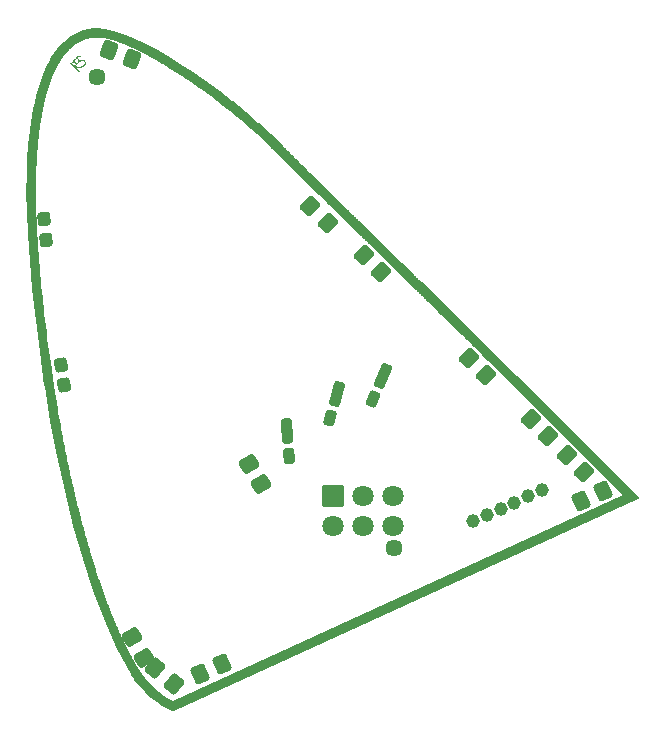
<source format=gbr>
%TF.GenerationSoftware,KiCad,Pcbnew,9.0.6-rc1-2-g790dee114b*%
%TF.CreationDate,2025-10-17T23:56:23-04:00*%
%TF.ProjectId,MetamerBoard,4d657461-6d65-4724-926f-6172642e6b69,rev?*%
%TF.SameCoordinates,Original*%
%TF.FileFunction,Soldermask,Top*%
%TF.FilePolarity,Negative*%
%FSLAX46Y46*%
G04 Gerber Fmt 4.6, Leading zero omitted, Abs format (unit mm)*
G04 Created by KiCad (PCBNEW 9.0.6-rc1-2-g790dee114b) date 2025-10-17 23:56:23*
%MOMM*%
%LPD*%
G01*
G04 APERTURE LIST*
G04 Aperture macros list*
%AMRoundRect*
0 Rectangle with rounded corners*
0 $1 Rounding radius*
0 $2 $3 $4 $5 $6 $7 $8 $9 X,Y pos of 4 corners*
0 Add a 4 corners polygon primitive as box body*
4,1,4,$2,$3,$4,$5,$6,$7,$8,$9,$2,$3,0*
0 Add four circle primitives for the rounded corners*
1,1,$1+$1,$2,$3*
1,1,$1+$1,$4,$5*
1,1,$1+$1,$6,$7*
1,1,$1+$1,$8,$9*
0 Add four rect primitives between the rounded corners*
20,1,$1+$1,$2,$3,$4,$5,0*
20,1,$1+$1,$4,$5,$6,$7,0*
20,1,$1+$1,$6,$7,$8,$9,0*
20,1,$1+$1,$8,$9,$2,$3,0*%
G04 Aperture macros list end*
%ADD10C,0.187500*%
%ADD11C,1.166000*%
%ADD12RoundRect,0.282608X-0.610120X0.071975X-0.242728X-0.564367X0.610120X-0.071975X0.242728X0.564367X0*%
%ADD13RoundRect,0.282608X-0.130121X-0.600413X0.538504X-0.295703X0.130121X0.600413X-0.538504X0.295703X0*%
%ADD14RoundRect,0.282608X-0.607959X-0.088388X-0.088388X-0.607959X0.607959X0.088388X0.088388X0.607959X0*%
%ADD15RoundRect,0.282608X0.607959X0.088388X0.088388X0.607959X-0.607959X-0.088388X-0.088388X-0.607959X0*%
%ADD16RoundRect,0.282608X0.513644X0.337042X-0.176828X0.588353X-0.513644X-0.337042X0.176828X-0.588353X0*%
%ADD17RoundRect,0.275000X0.297001X-0.305025X0.251659X0.343391X-0.297001X0.305025X-0.251659X-0.343391X0*%
%ADD18RoundRect,0.275000X0.327258X-0.272309X0.214386X0.367816X-0.327258X0.272309X-0.214386X-0.367816X0*%
%ADD19RoundRect,0.282608X0.597942X0.141039X0.035065X0.613349X-0.597942X-0.141039X-0.035065X-0.613349X0*%
%ADD20RoundRect,0.282608X-0.124876X-0.601525X0.541064X-0.290992X0.124876X0.601525X-0.541064X0.290992X0*%
%ADD21RoundRect,0.237500X0.012646X-0.870432X0.446168X0.747493X-0.012646X0.870432X-0.446168X-0.747493X0*%
%ADD22RoundRect,0.237500X0.116174X-0.484062X0.342641X0.361123X-0.116174X0.484062X-0.342641X-0.361123X0*%
%ADD23RoundRect,0.237500X0.281006X-0.823922X0.193343X0.848782X-0.281006X0.823922X-0.193343X-0.848782X0*%
%ADD24RoundRect,0.237500X0.260071X-0.424471X0.214278X0.449330X-0.260071X0.424471X-0.214278X-0.449330X0*%
%ADD25RoundRect,0.237500X-0.108617X-0.863721X0.545857X0.678124X0.108617X0.863721X-0.545857X-0.678124X0*%
%ADD26RoundRect,0.237500X0.047675X-0.495520X0.389565X0.309922X-0.047675X0.495520X-0.389565X-0.309922X0*%
%ADD27C,1.448000*%
%ADD28RoundRect,0.075000X-0.825000X-0.825000X0.825000X-0.825000X0.825000X0.825000X-0.825000X0.825000X0*%
%ADD29C,1.800000*%
G04 APERTURE END LIST*
D10*
G36*
X-20860710Y30084640D02*
G01*
X-20817980Y30072157D01*
X-20773411Y30051092D01*
X-20824899Y29964825D01*
X-20864163Y29983345D01*
X-20900142Y29991211D01*
X-20934028Y29989824D01*
X-20967578Y29981091D01*
X-21002360Y29966021D01*
X-21038784Y29943809D01*
X-21062747Y29925675D01*
X-21022326Y29912167D01*
X-20984522Y29891774D01*
X-20948891Y29864019D01*
X-20946009Y29861137D01*
X-20921548Y29830313D01*
X-20899217Y29794073D01*
X-20882446Y29754115D01*
X-20872760Y29708163D01*
X-20871303Y29690774D01*
X-20812981Y29723842D01*
X-20756777Y29748995D01*
X-20702364Y29766904D01*
X-20648480Y29777254D01*
X-20597445Y29779751D01*
X-20548645Y29774838D01*
X-20502080Y29761544D01*
X-20460307Y29739260D01*
X-20422484Y29707418D01*
X-20385210Y29660830D01*
X-20359124Y29616051D01*
X-20342726Y29572546D01*
X-20333338Y29526879D01*
X-20330990Y29484689D01*
X-20335116Y29445316D01*
X-20350088Y29389047D01*
X-20370640Y29343797D01*
X-20395493Y29304094D01*
X-20416687Y29276765D01*
X-20417432Y29276021D01*
X-20474803Y29223358D01*
X-20532719Y29180297D01*
X-20591382Y29146036D01*
X-20651073Y29119957D01*
X-20712144Y29101642D01*
X-20792725Y29086216D01*
X-20869384Y29078383D01*
X-20942563Y29077704D01*
X-21012684Y29083864D01*
X-21099402Y29097504D01*
X-21172944Y29115048D01*
X-20876387Y28818491D01*
X-20947434Y28747444D01*
X-21436148Y29236158D01*
X-21225857Y29236158D01*
X-21183655Y29221705D01*
X-21128710Y29206366D01*
X-21069783Y29193604D01*
X-21001804Y29183213D01*
X-20917329Y29177359D01*
X-20830430Y29181915D01*
X-20740446Y29197299D01*
X-20676158Y29217367D01*
X-20613555Y29247915D01*
X-20552087Y29289775D01*
X-20491361Y29344185D01*
X-20477124Y29362442D01*
X-20459108Y29391658D01*
X-20443956Y29424672D01*
X-20433364Y29462349D01*
X-20430263Y29501999D01*
X-20436991Y29544988D01*
X-20447539Y29572560D01*
X-20466226Y29603262D01*
X-20494988Y29637828D01*
X-20519657Y29658502D01*
X-20548812Y29672368D01*
X-20583564Y29679504D01*
X-20625440Y29679133D01*
X-20676264Y29669693D01*
X-20738646Y29648162D01*
X-20809712Y29611696D01*
X-20879244Y29564651D01*
X-20951805Y29502956D01*
X-20981500Y29479026D01*
X-21081561Y29381879D01*
X-21225857Y29236158D01*
X-21436148Y29236158D01*
X-21671762Y29471772D01*
X-21529668Y29471772D01*
X-21330290Y29272394D01*
X-21178741Y29425368D01*
X-21191046Y29427570D01*
X-21239409Y29443433D01*
X-21276244Y29464130D01*
X-21307026Y29489647D01*
X-21328088Y29513837D01*
X-21350686Y29548889D01*
X-21367238Y29584808D01*
X-21378119Y29621896D01*
X-21449911Y29551530D01*
X-21529668Y29471772D01*
X-21671762Y29471772D01*
X-21636238Y29507295D01*
X-21610851Y29532683D01*
X-21469662Y29672639D01*
X-21283854Y29672639D01*
X-21282283Y29643697D01*
X-21271262Y29611072D01*
X-21248363Y29573290D01*
X-21220417Y29549684D01*
X-21196760Y29535646D01*
X-21168573Y29525429D01*
X-21143166Y29521387D01*
X-21113847Y29523616D01*
X-21083698Y29533280D01*
X-21046750Y29554444D01*
X-21023565Y29577630D01*
X-20994061Y29613595D01*
X-20979007Y29642524D01*
X-20971840Y29671621D01*
X-20971721Y29697606D01*
X-20977388Y29722749D01*
X-20988041Y29747281D01*
X-21018481Y29791515D01*
X-21052668Y29816032D01*
X-21084425Y29828645D01*
X-21114915Y29831410D01*
X-21138835Y29827850D01*
X-21165335Y29817971D01*
X-21191294Y29802399D01*
X-21220773Y29777753D01*
X-21244704Y29753822D01*
X-21266852Y29722860D01*
X-21279198Y29696144D01*
X-21283854Y29672639D01*
X-21469662Y29672639D01*
X-21447741Y29694368D01*
X-21310699Y29828496D01*
X-21295479Y29846630D01*
X-21211350Y29930759D01*
X-21156860Y29980125D01*
X-21093187Y30027874D01*
X-21047110Y30054606D01*
X-20997284Y30074178D01*
X-20943095Y30086648D01*
X-20902204Y30089345D01*
X-20860710Y30084640D01*
G37*
D11*
%TO.C,P1*%
X18255650Y-6673339D03*
X17099999Y-7200000D03*
X15944350Y-7726660D03*
X14788700Y-8253320D03*
X13633040Y-8779980D03*
X12477390Y-9306640D03*
%TD*%
D12*
%TO.C,D16*%
X-6540390Y-4417504D03*
X-5515390Y-6192856D03*
%TD*%
D13*
%TO.C,D12*%
X21567290Y-7625061D03*
X23432710Y-6774939D03*
%TD*%
D14*
%TO.C,D11*%
X20375216Y-3675216D03*
X21824784Y-5124784D03*
%TD*%
D15*
%TO.C,D10*%
X18824784Y-2124784D03*
X17375216Y-675216D03*
%TD*%
%TO.C,D9*%
X13524784Y3075216D03*
X12075216Y4524784D03*
%TD*%
%TO.C,D8*%
X4624784Y11775216D03*
X3175216Y13224784D03*
%TD*%
D14*
%TO.C,D7*%
X-1324784Y17424784D03*
X124784Y15975216D03*
%TD*%
D16*
%TO.C,D6*%
X-16436815Y29849429D03*
X-18363185Y30550571D03*
%TD*%
D17*
%TO.C,D5*%
X-23738913Y14527131D03*
X-23860987Y16272869D03*
%TD*%
D18*
%TO.C,D4*%
X-22148058Y2238293D03*
X-22451942Y3961707D03*
%TD*%
D12*
%TO.C,D3*%
X-16462500Y-19087324D03*
X-15437500Y-20862676D03*
%TD*%
D19*
%TO.C,D2*%
X-12914804Y-23058857D03*
X-14485196Y-21741143D03*
%TD*%
D20*
%TO.C,D1*%
X-10678965Y-22258184D03*
X-8821035Y-21391816D03*
%TD*%
D21*
%TO.C,D14*%
X916256Y1494802D03*
D22*
X359803Y-581939D03*
%TD*%
D23*
%TO.C,D15*%
X-3284783Y-1627400D03*
D24*
X-3172253Y-3774450D03*
%TD*%
D25*
%TO.C,D13*%
X4800876Y3013095D03*
D26*
X3960813Y1034009D03*
%TD*%
D27*
%TO.C,*%
X-19390000Y28330000D03*
%TD*%
%TO.C,*%
X5730000Y-11550000D03*
%TD*%
D28*
%TO.C,J1*%
X610000Y-7150000D03*
D29*
X610000Y-9690000D03*
X3150000Y-7150000D03*
X3150000Y-9690000D03*
X5690000Y-7150000D03*
X5690000Y-9690000D03*
%TD*%
G36*
X-19339468Y32445642D02*
G01*
X-18739710Y32392852D01*
X-18723546Y32390347D01*
X-18027252Y32234793D01*
X-18016129Y32231759D01*
X-17231766Y31978072D01*
X-17223702Y31975152D01*
X-16362551Y31629207D01*
X-16356405Y31626543D01*
X-15429093Y31194486D01*
X-15424195Y31192071D01*
X-14440985Y30680129D01*
X-14436923Y30677917D01*
X-13408004Y30092402D01*
X-13406181Y30091344D01*
X-13405718Y30091070D01*
X-13404052Y30090066D01*
X-12339773Y29437482D01*
X-12338162Y29436478D01*
X-12337221Y29435881D01*
X-12335735Y29434923D01*
X-11245020Y28720925D01*
X-11242191Y28719016D01*
X-10139210Y27952817D01*
X-10138018Y27951979D01*
X-10130116Y27946351D01*
X-10128653Y27945293D01*
X-9018290Y27129825D01*
X-9015735Y27127897D01*
X-7929179Y26285899D01*
X-7927875Y26284875D01*
X-7878852Y26245826D01*
X-7877641Y26244849D01*
X-6827739Y25386802D01*
X-6826505Y25385779D01*
X-6783116Y25349373D01*
X-6781823Y25348274D01*
X-5732982Y24443493D01*
X-5731620Y24442300D01*
X-5721347Y24433173D01*
X-5720121Y24432069D01*
X-4685759Y23488169D01*
X-4684413Y23486922D01*
X-4679844Y23482627D01*
X-4678491Y23481337D01*
X-3680102Y22514062D01*
X-3678715Y22512696D01*
X-3643450Y22477440D01*
X-3607306Y22441306D01*
X-3571071Y22405091D01*
X-3534755Y22368814D01*
X-3534740Y22368800D01*
X-3498346Y22332446D01*
X-3461866Y22296016D01*
X-3425306Y22259516D01*
X-3388665Y22222945D01*
X-3388664Y22222945D01*
X-3351947Y22186307D01*
X-3315131Y22149582D01*
X-3315130Y22149580D01*
X-3278261Y22112801D01*
X-3278260Y22112801D01*
X-3241287Y22075937D01*
X-3204231Y22039002D01*
X-3204229Y22038999D01*
X-3167113Y22002002D01*
X-3129881Y21964911D01*
X-3129879Y21964909D01*
X-3092603Y21927772D01*
X-3055211Y21890541D01*
X-3055198Y21890528D01*
X-3017778Y21853258D01*
X-2980210Y21815870D01*
X-2980209Y21815869D01*
X-2942590Y21778430D01*
X-2904879Y21740899D01*
X-2904880Y21740899D01*
X-2867101Y21703320D01*
X-2867100Y21703320D01*
X-2829240Y21665661D01*
X-2791279Y21627919D01*
X-2753250Y21590110D01*
X-2715151Y21552231D01*
X-2676945Y21514265D01*
X-2638660Y21476230D01*
X-2638659Y21476229D01*
X-2600313Y21438132D01*
X-2600312Y21438132D01*
X-2561845Y21399936D01*
X-2561846Y21399936D01*
X-2523321Y21361691D01*
X-2523320Y21361690D01*
X-2484710Y21323360D01*
X-2446031Y21284961D01*
X-2407246Y21246476D01*
X-2368380Y21207920D01*
X-2368379Y21207919D01*
X-2329445Y21169295D01*
X-2290425Y21130595D01*
X-2251315Y21091815D01*
X-2212125Y21052965D01*
X-2172840Y21014030D01*
X-2172839Y21014029D01*
X-2133475Y20975015D01*
X-2133476Y20975015D01*
X-2094044Y20935944D01*
X-2054526Y20896795D01*
X-2054525Y20896795D01*
X-2014924Y20857574D01*
X-2014908Y20857559D01*
X-1975208Y20818238D01*
X-1975209Y20818238D01*
X-1935441Y20778871D01*
X-1935439Y20778869D01*
X-1895585Y20739415D01*
X-1855645Y20699885D01*
X-1815611Y20660271D01*
X-1775495Y20620576D01*
X-1775496Y20620576D01*
X-1735314Y20580825D01*
X-1695034Y20540985D01*
X-1654659Y20501060D01*
X-1654659Y20501059D01*
X-1614224Y20461074D01*
X-1614223Y20461074D01*
X-1573700Y20421010D01*
X-1533070Y20380860D01*
X-1533069Y20380859D01*
X-1492370Y20340640D01*
X-1492369Y20340639D01*
X-1451585Y20300335D01*
X-1451586Y20300335D01*
X-1410721Y20259961D01*
X-1410718Y20259958D01*
X-1369782Y20219511D01*
X-1328731Y20178971D01*
X-1328728Y20178969D01*
X-1287599Y20138350D01*
X-1287600Y20138350D01*
X-1246400Y20097680D01*
X-1246388Y20097668D01*
X-1205105Y20056905D01*
X-1205106Y20056905D01*
X-1163750Y20016079D01*
X-1122270Y19975149D01*
X-1122258Y19975138D01*
X-1080740Y19934160D01*
X-1039100Y19893080D01*
X-997376Y19851917D01*
X-997377Y19851917D01*
X-955586Y19810695D01*
X-913691Y19769381D01*
X-913689Y19769379D01*
X-871724Y19727994D01*
X-829674Y19686534D01*
X-787519Y19644979D01*
X-787518Y19644978D01*
X-745285Y19603345D01*
X-745286Y19603345D01*
X-702986Y19561655D01*
X-702985Y19561655D01*
X-660580Y19519870D01*
X-660578Y19519868D01*
X-618105Y19478014D01*
X-575536Y19436075D01*
X-532871Y19394051D01*
X-532868Y19394048D01*
X-490136Y19351955D01*
X-447303Y19309773D01*
X-447302Y19309771D01*
X-447301Y19309771D01*
X-404386Y19267507D01*
X-404387Y19267507D01*
X-361400Y19225180D01*
X-318300Y19182760D01*
X-318288Y19182748D01*
X-275134Y19140264D01*
X-231870Y19097680D01*
X-231869Y19097679D01*
X-188540Y19055030D01*
X-145100Y19012290D01*
X-145099Y19012288D01*
X-101581Y18969470D01*
X-101580Y18969470D01*
X-57976Y18926567D01*
X-57977Y18926567D01*
X-14296Y18883595D01*
X29487Y18840533D01*
X29488Y18840531D01*
X29489Y18840531D01*
X73354Y18797387D01*
X73353Y18797387D01*
X117294Y18754175D01*
X161337Y18710873D01*
X161339Y18710870D01*
X161340Y18710870D01*
X205460Y18667490D01*
X205461Y18667489D01*
X249661Y18624029D01*
X293971Y18580479D01*
X293982Y18580468D01*
X338359Y18536841D01*
X338358Y18536841D01*
X382820Y18493149D01*
X382822Y18493148D01*
X427374Y18449366D01*
X472017Y18405504D01*
X472025Y18405488D01*
X472029Y18405491D01*
X516769Y18361522D01*
X516768Y18361522D01*
X561578Y18317502D01*
X561579Y18317500D01*
X561580Y18317500D01*
X606499Y18273371D01*
X606498Y18273371D01*
X651477Y18229203D01*
X651486Y18229187D01*
X651490Y18229190D01*
X696555Y18184924D01*
X696572Y18184909D01*
X741750Y18140531D01*
X741749Y18140531D01*
X787000Y18096100D01*
X787011Y18096089D01*
X832336Y18051574D01*
X877761Y18006969D01*
X923300Y17962270D01*
X923311Y17962259D01*
X968896Y17917504D01*
X1014596Y17872644D01*
X1060390Y17827700D01*
X1060391Y17827699D01*
X1106258Y17782682D01*
X1106259Y17782680D01*
X1106260Y17782680D01*
X1152216Y17737574D01*
X1198266Y17692384D01*
X1244395Y17647125D01*
X1244412Y17647109D01*
X1290645Y17601746D01*
X1290644Y17601746D01*
X1336938Y17556332D01*
X1336946Y17556317D01*
X1336950Y17556320D01*
X1383359Y17510781D01*
X1383358Y17510781D01*
X1429839Y17465191D01*
X1429851Y17465179D01*
X1476411Y17419499D01*
X1476412Y17419499D01*
X1523091Y17373720D01*
X1523092Y17373718D01*
X1569846Y17327864D01*
X1616700Y17281920D01*
X1616711Y17281909D01*
X1663626Y17235894D01*
X1663627Y17235894D01*
X1710659Y17189772D01*
X1710658Y17189772D01*
X1757770Y17143590D01*
X1757781Y17143579D01*
X1804970Y17097310D01*
X1804990Y17097290D01*
X1828579Y17074150D01*
X1828580Y17074150D01*
X1852258Y17050943D01*
X1852260Y17050940D01*
X1875940Y17027730D01*
X1875959Y17027711D01*
X1899631Y17004499D01*
X1923360Y16981240D01*
X1923361Y16981239D01*
X1947110Y16957960D01*
X1970879Y16934661D01*
X1970880Y16934660D01*
X1994670Y16911340D01*
X1994671Y16911339D01*
X2018489Y16887991D01*
X2018488Y16887991D01*
X2042279Y16864681D01*
X2042309Y16864627D01*
X2042321Y16864639D01*
X2066152Y16841267D01*
X2090050Y16817849D01*
X2090051Y16817849D01*
X2113960Y16794420D01*
X2113979Y16794401D01*
X2137870Y16770980D01*
X2161828Y16747503D01*
X2161830Y16747500D01*
X2185800Y16724010D01*
X2185801Y16724009D01*
X2209790Y16700500D01*
X2209790Y16700499D01*
X2233799Y16676970D01*
X2233801Y16676969D01*
X2257849Y16653401D01*
X2257848Y16653401D01*
X2281900Y16629839D01*
X2281918Y16629822D01*
X2305978Y16606242D01*
X2305979Y16606240D01*
X2330071Y16582629D01*
X2330072Y16582629D01*
X2354211Y16558980D01*
X2354211Y16558979D01*
X2378360Y16535320D01*
X2378361Y16535320D01*
X2402530Y16511641D01*
X2402549Y16511621D01*
X2426702Y16487947D01*
X2426703Y16487947D01*
X2450941Y16464209D01*
X2450959Y16464192D01*
X2475180Y16440461D01*
X2475181Y16440459D01*
X2499440Y16416690D01*
X2499441Y16416689D01*
X2523711Y16392909D01*
X2548010Y16369110D01*
X2548023Y16369087D01*
X2548028Y16369091D01*
X2572351Y16345259D01*
X2596710Y16321400D01*
X2596731Y16321380D01*
X2621090Y16297510D01*
X2621089Y16297510D01*
X2645478Y16273622D01*
X2645481Y16273619D01*
X2669900Y16249700D01*
X2694340Y16225760D01*
X2694341Y16225759D01*
X2718800Y16201800D01*
X2743284Y16177817D01*
X2767802Y16153808D01*
X2767818Y16153792D01*
X2792322Y16129788D01*
X2816890Y16105730D01*
X2816908Y16105712D01*
X2841468Y16081652D01*
X2841467Y16081652D01*
X2866060Y16057569D01*
X2866077Y16057553D01*
X2890665Y16033465D01*
X2915332Y16009317D01*
X2915348Y16009302D01*
X2939999Y15985161D01*
X2940000Y15985160D01*
X2964689Y15960981D01*
X2964690Y15960980D01*
X2989400Y15936780D01*
X2989419Y15936761D01*
X3014112Y15912567D01*
X3014113Y15912567D01*
X3038891Y15888309D01*
X3038907Y15888293D01*
X3063664Y15864047D01*
X3088482Y15839748D01*
X3088498Y15839732D01*
X3113289Y15815451D01*
X3138129Y15791132D01*
X3138145Y15791104D01*
X3138151Y15791109D01*
X3162999Y15766770D01*
X3187880Y15742420D01*
X3187908Y15742369D01*
X3187920Y15742380D01*
X3212822Y15717988D01*
X3237770Y15693560D01*
X3262728Y15669122D01*
X3262729Y15669120D01*
X3262730Y15669120D01*
X3287729Y15644641D01*
X3287728Y15644641D01*
X3312709Y15620191D01*
X3312724Y15620164D01*
X3312730Y15620170D01*
X3337760Y15595660D01*
X3337759Y15595660D01*
X3362804Y15571136D01*
X3387892Y15546577D01*
X3387908Y15546562D01*
X3412998Y15521992D01*
X3412997Y15521992D01*
X3438089Y15497431D01*
X3438104Y15497403D01*
X3438111Y15497409D01*
X3463240Y15472800D01*
X3488419Y15448152D01*
X3488421Y15448150D01*
X3513609Y15423492D01*
X3513610Y15423490D01*
X3538820Y15398810D01*
X3564068Y15374093D01*
X3564067Y15374093D01*
X3589300Y15349400D01*
X3589314Y15349375D01*
X3589320Y15349380D01*
X3614600Y15324630D01*
X3614618Y15324612D01*
X3639883Y15299866D01*
X3665230Y15275059D01*
X3665248Y15275042D01*
X3690588Y15250232D01*
X3690587Y15250232D01*
X3715929Y15225431D01*
X3715943Y15225406D01*
X3715949Y15225411D01*
X3741358Y15200533D01*
X3741357Y15200533D01*
X3766769Y15175661D01*
X3766770Y15175660D01*
X3792210Y15150760D01*
X3792228Y15150742D01*
X3817662Y15125838D01*
X3843144Y15100896D01*
X3843161Y15100880D01*
X3868679Y15075902D01*
X3868678Y15075902D01*
X3894173Y15050957D01*
X3894198Y15050913D01*
X3894208Y15050922D01*
X3919754Y15025907D01*
X3945342Y15000858D01*
X3945341Y15000858D01*
X3970932Y14975808D01*
X3996570Y14950720D01*
X3996571Y14950719D01*
X4022220Y14925620D01*
X4022238Y14925603D01*
X4047889Y14900492D01*
X4047891Y14900488D01*
X4073572Y14875347D01*
X4099265Y14850203D01*
X4099300Y14850171D01*
X4125021Y14825000D01*
X4125033Y14824977D01*
X4125038Y14824981D01*
X4150792Y14799768D01*
X4176590Y14774520D01*
X4176591Y14774519D01*
X4202399Y14749261D01*
X4202400Y14749260D01*
X4228230Y14723980D01*
X4228248Y14723962D01*
X4254088Y14698662D01*
X4254087Y14698662D01*
X4279952Y14673348D01*
X4305860Y14648000D01*
X4305878Y14647982D01*
X4331781Y14622629D01*
X4357721Y14597249D01*
X4357734Y14597225D01*
X4357740Y14597230D01*
X4383710Y14571810D01*
X4383709Y14571810D01*
X4409692Y14546378D01*
X4409693Y14546378D01*
X4435721Y14520910D01*
X4435738Y14520893D01*
X4461760Y14495421D01*
X4461761Y14495419D01*
X4487811Y14469919D01*
X4487812Y14469919D01*
X4513892Y14444399D01*
X4513904Y14444377D01*
X4513909Y14444381D01*
X4539991Y14418849D01*
X4566113Y14393298D01*
X4566140Y14393250D01*
X4566151Y14393260D01*
X4592293Y14367668D01*
X4618481Y14342040D01*
X4618481Y14342039D01*
X4644680Y14316400D01*
X4670891Y14290749D01*
X4670903Y14290726D01*
X4670909Y14290731D01*
X4697134Y14265056D01*
X4723430Y14239330D01*
X4723447Y14239314D01*
X4749720Y14213601D01*
X4749721Y14213599D01*
X4776040Y14187840D01*
X4776041Y14187839D01*
X4802380Y14162060D01*
X4802381Y14162059D01*
X4828731Y14136269D01*
X4855111Y14110459D01*
X4855124Y14110435D01*
X4855130Y14110440D01*
X4881524Y14084606D01*
X4881541Y14084590D01*
X4907979Y14058712D01*
X4907978Y14058712D01*
X4934430Y14032830D01*
X4960891Y14006939D01*
X4960903Y14006916D01*
X4960909Y14006921D01*
X4987417Y13980974D01*
X4987416Y13980974D01*
X5013940Y13955020D01*
X5013941Y13955019D01*
X5040490Y13929040D01*
X5040491Y13929039D01*
X5067070Y13903030D01*
X5067087Y13903014D01*
X5093668Y13876993D01*
X5093667Y13876993D01*
X5120289Y13850941D01*
X5120288Y13850941D01*
X5146894Y13824915D01*
X5146919Y13824870D01*
X5146930Y13824880D01*
X5173581Y13798789D01*
X5200287Y13772654D01*
X5200286Y13772654D01*
X5227000Y13746520D01*
X5226999Y13746520D01*
X5227035Y13746487D01*
X5253723Y13720358D01*
X5280491Y13694160D01*
X5280491Y13694159D01*
X5307262Y13667958D01*
X5334062Y13641738D01*
X5334074Y13641715D01*
X5334080Y13641720D01*
X5360910Y13615460D01*
X5360911Y13615459D01*
X5387768Y13589172D01*
X5387767Y13589172D01*
X5414638Y13562882D01*
X5414657Y13562863D01*
X5441532Y13536558D01*
X5468452Y13510218D01*
X5468464Y13510195D01*
X5468470Y13510200D01*
X5495410Y13483830D01*
X5495411Y13483828D01*
X5522359Y13457449D01*
X5522360Y13457449D01*
X5549359Y13431042D01*
X5549374Y13431015D01*
X5549380Y13431020D01*
X5576400Y13404580D01*
X5576417Y13404564D01*
X5603439Y13378112D01*
X5603440Y13378110D01*
X5630493Y13351628D01*
X5657591Y13325110D01*
X5657591Y13325109D01*
X5684700Y13298580D01*
X5684701Y13298579D01*
X5711830Y13272030D01*
X5711831Y13272029D01*
X5738990Y13245450D01*
X5739007Y13245433D01*
X5766154Y13218855D01*
X5766155Y13218855D01*
X5793381Y13192219D01*
X5793397Y13192204D01*
X5820610Y13165571D01*
X5820611Y13165569D01*
X5847860Y13138900D01*
X5847879Y13138882D01*
X5875121Y13112209D01*
X5902437Y13085474D01*
X5902436Y13085474D01*
X5929761Y13058739D01*
X5929777Y13058724D01*
X5957100Y13031981D01*
X5957103Y13031977D01*
X5984460Y13005199D01*
X6011851Y12978399D01*
X6011864Y12978375D01*
X6011870Y12978380D01*
X6039280Y12951550D01*
X6039279Y12951550D01*
X6066711Y12924699D01*
X6094155Y12897845D01*
X6094180Y12897800D01*
X6094190Y12897809D01*
X6121643Y12870925D01*
X6121644Y12870925D01*
X6149155Y12844015D01*
X6149180Y12843971D01*
X6149190Y12843980D01*
X6176720Y12817030D01*
X6176719Y12817030D01*
X6204272Y12790058D01*
X6231860Y12763060D01*
X6231861Y12763059D01*
X6259470Y12736040D01*
X6259487Y12736024D01*
X6287099Y12708992D01*
X6287100Y12708990D01*
X6314745Y12681926D01*
X6342429Y12654831D01*
X6342430Y12654830D01*
X6370130Y12627720D01*
X6370149Y12627702D01*
X6397841Y12600589D01*
X6425598Y12573423D01*
X6425600Y12573420D01*
X6453370Y12546240D01*
X6453371Y12546239D01*
X6481170Y12519030D01*
X6481188Y12519013D01*
X6508962Y12491817D01*
X6536795Y12464585D01*
X6536820Y12464540D01*
X6536830Y12464549D01*
X6564682Y12437277D01*
X6592580Y12409969D01*
X6592581Y12409969D01*
X6620500Y12382640D01*
X6620501Y12382639D01*
X6648422Y12355307D01*
X6648440Y12355291D01*
X6676383Y12327938D01*
X6676396Y12327915D01*
X6676401Y12327919D01*
X6704362Y12300537D01*
X6732355Y12273145D01*
X6732379Y12273102D01*
X6732389Y12273111D01*
X6760406Y12245674D01*
X6760407Y12245674D01*
X6788482Y12218198D01*
X6788481Y12218198D01*
X6788495Y12218185D01*
X6816542Y12190728D01*
X6816555Y12190704D01*
X6816561Y12190709D01*
X6844642Y12163207D01*
X6872755Y12135695D01*
X6872779Y12135652D01*
X6872789Y12135661D01*
X6900926Y12108104D01*
X6900927Y12108104D01*
X6929122Y12080508D01*
X6929121Y12080508D01*
X6929153Y12080478D01*
X6957292Y12052917D01*
X6957293Y12052917D01*
X6985522Y12025289D01*
X6985534Y12025268D01*
X6985538Y12025271D01*
X7013772Y11997628D01*
X7042027Y11969973D01*
X7042051Y11969930D01*
X7042061Y11969939D01*
X7070332Y11942247D01*
X7070333Y11942247D01*
X7098652Y11914529D01*
X7098665Y11914506D01*
X7098670Y11914510D01*
X7127010Y11886760D01*
X7155375Y11858986D01*
X7183772Y11831188D01*
X7183786Y11831175D01*
X7212180Y11803371D01*
X7212181Y11803369D01*
X7240619Y11775521D01*
X7240620Y11775520D01*
X7269087Y11747643D01*
X7269086Y11747643D01*
X7297551Y11719779D01*
X7297564Y11719755D01*
X7297570Y11719760D01*
X7326080Y11691840D01*
X7326081Y11691839D01*
X7354607Y11663903D01*
X7411750Y11607950D01*
X7411759Y11607941D01*
X7468977Y11551903D01*
X7526310Y11495760D01*
X7526312Y11495758D01*
X7583740Y11439520D01*
X7583741Y11439519D01*
X7641260Y11383190D01*
X7641262Y11383188D01*
X7698880Y11326760D01*
X7698881Y11326759D01*
X7756600Y11270230D01*
X7756602Y11270228D01*
X7814410Y11213610D01*
X7814411Y11213609D01*
X7872310Y11156900D01*
X7872316Y11156888D01*
X7872319Y11156890D01*
X7930317Y11100073D01*
X7988417Y11043163D01*
X8016772Y11015392D01*
X8016906Y11015261D01*
X8017473Y11014704D01*
X8017495Y11014663D01*
X8017505Y11014672D01*
X16061587Y3106769D01*
X16061782Y3106576D01*
X16070136Y3098327D01*
X16070410Y3098055D01*
X25746117Y-6515738D01*
X25746317Y-6516102D01*
X25746400Y-6516020D01*
X26435060Y-7204686D01*
X26468544Y-7266009D01*
X26463560Y-7335701D01*
X26421688Y-7391634D01*
X26398860Y-7405175D01*
X26197874Y-7496899D01*
X26128713Y-7506824D01*
X26124351Y-7506116D01*
X25171541Y-7334017D01*
X25109068Y-7302730D01*
X25073428Y-7242634D01*
X25075935Y-7172810D01*
X25115795Y-7115425D01*
X25142101Y-7099184D01*
X25180609Y-7081610D01*
X25180609Y-7081609D01*
X20091592Y-2009881D01*
X18905861Y-833111D01*
X18905861Y-833110D01*
X18042942Y22148D01*
X18042942Y22147D01*
X17340642Y717507D01*
X17340642Y717508D01*
X16756684Y1295226D01*
X16756684Y1295227D01*
X16251283Y1794868D01*
X15786573Y2254017D01*
X15361521Y2673749D01*
X14975170Y3055070D01*
X14975170Y3055071D01*
X14626699Y3398852D01*
X14315278Y3705962D01*
X14005948Y4010902D01*
X13732737Y4280142D01*
X13461154Y4547685D01*
X13461154Y4547686D01*
X13224898Y4780373D01*
X12989863Y5011777D01*
X12756097Y5241893D01*
X12556703Y5438107D01*
X12358236Y5633384D01*
X12160666Y5827724D01*
X12160666Y5827725D01*
X11964034Y6021106D01*
X11800853Y6181558D01*
X11638305Y6341366D01*
X11476392Y6500518D01*
X11315106Y6659034D01*
X11154432Y6816908D01*
X10994395Y6974144D01*
X10994395Y6974145D01*
X10866823Y7099457D01*
X10739641Y7224369D01*
X10612864Y7348877D01*
X10486481Y7472979D01*
X10360505Y7596675D01*
X10234922Y7719958D01*
X10109732Y7842847D01*
X9984941Y7965329D01*
X9860553Y8087407D01*
X9767509Y8178711D01*
X9767509Y8178712D01*
X9674703Y8269777D01*
X9582111Y8360620D01*
X9582111Y8360619D01*
X9489741Y8451239D01*
X9397591Y8541639D01*
X9305664Y8631816D01*
X9305664Y8631817D01*
X9213961Y8721749D01*
X9213953Y8721757D01*
X9122484Y8811476D01*
X9031224Y8900976D01*
X8940180Y8990250D01*
X8940177Y8990253D01*
X8849364Y9079306D01*
X8758759Y9168141D01*
X8758759Y9168142D01*
X8668383Y9256747D01*
X8578211Y9345140D01*
X8578211Y9345139D01*
X8488270Y9433300D01*
X8488268Y9433302D01*
X8428433Y9491956D01*
X8368689Y9550511D01*
X8368690Y9550513D01*
X8368675Y9550524D01*
X8309041Y9608989D01*
X8309041Y9608990D01*
X8249501Y9667339D01*
X8190050Y9725600D01*
X8190043Y9725606D01*
X8130708Y9783761D01*
X8071460Y9841809D01*
X8071445Y9841836D01*
X8071440Y9841830D01*
X8012299Y9899801D01*
X7953226Y9957683D01*
X7953226Y9957684D01*
X7894260Y10015450D01*
X7894245Y10015464D01*
X7835391Y10073139D01*
X7835391Y10073140D01*
X7776620Y10130710D01*
X7776605Y10130724D01*
X7717945Y10188205D01*
X7717945Y10188206D01*
X7659370Y10245590D01*
X7600892Y10302879D01*
X7542510Y10360070D01*
X7484222Y10417169D01*
X7426031Y10474169D01*
X7426024Y10474176D01*
X7367944Y10531076D01*
X7309941Y10587889D01*
X7252040Y10644600D01*
X7194231Y10701219D01*
X7136520Y10757740D01*
X7078911Y10814159D01*
X7021390Y10870490D01*
X7021384Y10870496D01*
X6963975Y10926725D01*
X6906641Y10982869D01*
X6849410Y11038910D01*
X6849403Y11038917D01*
X6792288Y11094852D01*
X6763750Y11122790D01*
X6763736Y11122804D01*
X6735242Y11150708D01*
X6706761Y11178598D01*
X6706758Y11178601D01*
X6678308Y11206462D01*
X6649860Y11234310D01*
X6649861Y11234312D01*
X6649845Y11234324D01*
X6621456Y11262123D01*
X6593058Y11289922D01*
X6593047Y11289933D01*
X6564701Y11317688D01*
X6564698Y11317691D01*
X6536360Y11345440D01*
X6508042Y11373168D01*
X6479756Y11400863D01*
X6451478Y11428542D01*
X6451465Y11428555D01*
X6423231Y11456199D01*
X6395010Y11483830D01*
X6395010Y11483831D01*
X6366828Y11511423D01*
X6338640Y11539011D01*
X6338626Y11539025D01*
X6310491Y11566570D01*
X6310477Y11566583D01*
X6282376Y11594103D01*
X6254268Y11621622D01*
X6254268Y11621623D01*
X6226196Y11649104D01*
X6226196Y11649103D01*
X6198128Y11676572D01*
X6198117Y11676583D01*
X6170101Y11704008D01*
X6170098Y11704011D01*
X6142088Y11731432D01*
X6142075Y11731445D01*
X6114094Y11758846D01*
X6114094Y11758847D01*
X6086151Y11786189D01*
X6086119Y11786220D01*
X6058212Y11813547D01*
X6058212Y11813548D01*
X6030300Y11840870D01*
X6002409Y11868171D01*
X6002408Y11868171D01*
X5974548Y11895442D01*
X5974548Y11895443D01*
X5946727Y11922673D01*
X5946715Y11922693D01*
X5946712Y11922689D01*
X5918898Y11949922D01*
X5918898Y11949921D01*
X5891100Y11977129D01*
X5863329Y12004310D01*
X5863329Y12004311D01*
X5835580Y12031470D01*
X5835563Y12031486D01*
X5807850Y12058620D01*
X5807850Y12058621D01*
X5780161Y12085719D01*
X5780159Y12085721D01*
X5752479Y12112812D01*
X5752467Y12112824D01*
X5724838Y12139872D01*
X5697200Y12166920D01*
X5697184Y12166936D01*
X5669602Y12193939D01*
X5642029Y12220931D01*
X5614475Y12247895D01*
X5614464Y12247914D01*
X5614461Y12247909D01*
X5586922Y12274867D01*
X5586922Y12274868D01*
X5559420Y12301780D01*
X5559405Y12301795D01*
X5531938Y12328682D01*
X5531938Y12328681D01*
X5504459Y12355570D01*
X5504445Y12355584D01*
X5477030Y12382419D01*
X5477028Y12382421D01*
X5449612Y12409258D01*
X5422212Y12436077D01*
X5422212Y12436078D01*
X5394866Y12462834D01*
X5394855Y12462853D01*
X5394852Y12462849D01*
X5367501Y12489619D01*
X5367500Y12489619D01*
X5340171Y12516368D01*
X5340171Y12516369D01*
X5312879Y12543071D01*
X5312881Y12543074D01*
X5312844Y12543104D01*
X5285599Y12569781D01*
X5285599Y12569782D01*
X5258362Y12596439D01*
X5231139Y12623081D01*
X5203920Y12649710D01*
X5203922Y12649713D01*
X5203886Y12649742D01*
X5176730Y12676329D01*
X5176730Y12676330D01*
X5149589Y12702891D01*
X5149588Y12702892D01*
X5122453Y12729448D01*
X5095342Y12755978D01*
X5095341Y12755979D01*
X5068265Y12782475D01*
X5068254Y12782494D01*
X5068251Y12782489D01*
X5041182Y12808987D01*
X5041182Y12808988D01*
X5014151Y12835439D01*
X4987146Y12861864D01*
X4987134Y12861885D01*
X4987130Y12861880D01*
X4960131Y12888309D01*
X4960131Y12888310D01*
X4933171Y12914689D01*
X4933154Y12914705D01*
X4906228Y12941061D01*
X4879299Y12967410D01*
X4879282Y12967427D01*
X4852390Y12993750D01*
X4852390Y12993751D01*
X4825537Y13020023D01*
X4825525Y13020043D01*
X4825522Y13020039D01*
X4798671Y13046319D01*
X4798670Y13046320D01*
X4771848Y13072572D01*
X4745029Y13098811D01*
X4744996Y13098843D01*
X4718232Y13125048D01*
X4718232Y13125049D01*
X4691507Y13151193D01*
X4691495Y13151213D01*
X4691492Y13151209D01*
X4664751Y13177379D01*
X4664750Y13177379D01*
X4638039Y13203520D01*
X4638039Y13203521D01*
X4611350Y13229640D01*
X4611350Y13229639D01*
X4584695Y13255724D01*
X4584684Y13255743D01*
X4584681Y13255739D01*
X4558048Y13281811D01*
X4531420Y13307869D01*
X4504819Y13333900D01*
X4504819Y13333901D01*
X4478250Y13359900D01*
X4451700Y13385880D01*
X4451684Y13385895D01*
X4425161Y13411858D01*
X4425161Y13411859D01*
X4398670Y13437780D01*
X4398654Y13437796D01*
X4372198Y13463692D01*
X4345731Y13489589D01*
X4319306Y13515444D01*
X4319295Y13515463D01*
X4319292Y13515459D01*
X4292889Y13541301D01*
X4266490Y13567130D01*
X4266473Y13567147D01*
X4240131Y13592930D01*
X4213792Y13618709D01*
X4213792Y13618708D01*
X4187471Y13644468D01*
X4187469Y13644471D01*
X4161191Y13670190D01*
X4134902Y13695908D01*
X4134885Y13695924D01*
X4108666Y13721583D01*
X4108654Y13721603D01*
X4108651Y13721599D01*
X4082422Y13747277D01*
X4082422Y13747278D01*
X4056246Y13772894D01*
X4056235Y13772913D01*
X4056232Y13772909D01*
X4030067Y13798524D01*
X4030067Y13798523D01*
X4003889Y13824131D01*
X4003855Y13824164D01*
X3977750Y13849720D01*
X3977750Y13849721D01*
X3951651Y13875259D01*
X3951650Y13875260D01*
X3925560Y13900790D01*
X3925544Y13900805D01*
X3899491Y13926308D01*
X3899491Y13926309D01*
X3873449Y13951791D01*
X3873434Y13951806D01*
X3847446Y13977244D01*
X3847446Y13977243D01*
X3821438Y14002692D01*
X3821426Y14002704D01*
X3795471Y14028108D01*
X3795468Y14028111D01*
X3769522Y14053508D01*
X3743592Y14078887D01*
X3743592Y14078888D01*
X3717706Y14104214D01*
X3717694Y14104235D01*
X3717690Y14104230D01*
X3691810Y14129560D01*
X3691795Y14129576D01*
X3665962Y14154869D01*
X3665962Y14154868D01*
X3640113Y14180176D01*
X3640113Y14180177D01*
X3614310Y14205420D01*
X3614313Y14205424D01*
X3614273Y14205456D01*
X3588549Y14230643D01*
X3588549Y14230642D01*
X3562761Y14255869D01*
X3562725Y14255904D01*
X3537010Y14281080D01*
X3537010Y14281081D01*
X3511300Y14306241D01*
X3511286Y14306254D01*
X3485603Y14331396D01*
X3485603Y14331397D01*
X3459946Y14356504D01*
X3459934Y14356525D01*
X3459930Y14356520D01*
X3434279Y14381631D01*
X3434279Y14381632D01*
X3408669Y14406701D01*
X3383066Y14431754D01*
X3383054Y14431775D01*
X3383050Y14431770D01*
X3357473Y14456807D01*
X3331928Y14481811D01*
X3331914Y14481835D01*
X3331910Y14481830D01*
X3306371Y14506839D01*
X3306371Y14506840D01*
X3280871Y14531799D01*
X3280870Y14531799D01*
X3255379Y14556750D01*
X3255378Y14556751D01*
X3229908Y14581682D01*
X3229909Y14581684D01*
X3229893Y14581696D01*
X3204461Y14606598D01*
X3204461Y14606599D01*
X3179051Y14631470D01*
X3153653Y14656328D01*
X3128288Y14681152D01*
X3128275Y14681176D01*
X3128270Y14681170D01*
X3102920Y14705990D01*
X3102920Y14705991D01*
X3077592Y14730789D01*
X3077592Y14730788D01*
X3052299Y14755550D01*
X3027016Y14780293D01*
X3027005Y14780312D01*
X3027002Y14780308D01*
X3001741Y14805038D01*
X3001738Y14805041D01*
X2976498Y14829752D01*
X2976485Y14829765D01*
X2951298Y14854431D01*
X2926090Y14879109D01*
X2926090Y14879110D01*
X2900920Y14903740D01*
X2900885Y14903774D01*
X2875770Y14928370D01*
X2875770Y14928371D01*
X2850651Y14952959D01*
X2850648Y14952961D01*
X2825548Y14977532D01*
X2825535Y14977545D01*
X2800471Y15002088D01*
X2800468Y15002091D01*
X2775409Y15026631D01*
X2775409Y15026632D01*
X2750381Y15051129D01*
X2750364Y15051145D01*
X2725387Y15075602D01*
X2725373Y15075626D01*
X2725369Y15075621D01*
X2700371Y15100109D01*
X2700371Y15100110D01*
X2675420Y15124531D01*
X2675404Y15124546D01*
X2650481Y15148949D01*
X2650463Y15148967D01*
X2625542Y15173378D01*
X2625542Y15173379D01*
X2600661Y15197729D01*
X2600624Y15197765D01*
X2575790Y15222090D01*
X2550951Y15246419D01*
X2526111Y15270738D01*
X2526108Y15270741D01*
X2501298Y15295032D01*
X2501284Y15295046D01*
X2476521Y15319299D01*
X2451760Y15343550D01*
X2427031Y15367769D01*
X2402301Y15391978D01*
X2402284Y15391995D01*
X2377628Y15416141D01*
X2377613Y15416168D01*
X2377608Y15416162D01*
X2352951Y15440320D01*
X2328291Y15464469D01*
X2303660Y15488590D01*
X2303660Y15488591D01*
X2279078Y15512663D01*
X2279066Y15512684D01*
X2279062Y15512679D01*
X2254489Y15536751D01*
X2229920Y15560810D01*
X2229903Y15560826D01*
X2205380Y15584849D01*
X2205380Y15584850D01*
X2180870Y15608851D01*
X2180854Y15608866D01*
X2156398Y15632822D01*
X2156385Y15632844D01*
X2156381Y15632839D01*
X2131902Y15656827D01*
X2131902Y15656828D01*
X2107471Y15680748D01*
X2107431Y15680787D01*
X2083038Y15704692D01*
X2083038Y15704693D01*
X2058653Y15728578D01*
X2034289Y15752441D01*
X2034276Y15752464D01*
X2034272Y15752459D01*
X2009938Y15776303D01*
X2009938Y15776302D01*
X1985579Y15800151D01*
X1985582Y15800155D01*
X1985541Y15800188D01*
X1961271Y15823970D01*
X1936992Y15847759D01*
X1936992Y15847758D01*
X1912721Y15871538D01*
X1912721Y15871539D01*
X1888480Y15895290D01*
X1888480Y15895289D01*
X1864259Y15919020D01*
X1864258Y15919021D01*
X1840058Y15942732D01*
X1840058Y15942733D01*
X1815883Y15966418D01*
X1815883Y15966417D01*
X1791749Y15990060D01*
X1791735Y15990084D01*
X1791731Y15990079D01*
X1767607Y16013722D01*
X1743488Y16037352D01*
X1743489Y16037354D01*
X1743470Y16037369D01*
X1719399Y16060961D01*
X1719399Y16060962D01*
X1695359Y16084511D01*
X1695346Y16084533D01*
X1695342Y16084528D01*
X1671301Y16108088D01*
X1671300Y16108089D01*
X1647279Y16131630D01*
X1647278Y16131631D01*
X1623288Y16155142D01*
X1623288Y16155143D01*
X1599311Y16178640D01*
X1575360Y16202111D01*
X1575360Y16202110D01*
X1551430Y16225560D01*
X1551433Y16225564D01*
X1551391Y16225597D01*
X1527500Y16249029D01*
X1527500Y16249030D01*
X1503641Y16272399D01*
X1503605Y16272435D01*
X1479781Y16295789D01*
X1479778Y16295791D01*
X1455938Y16319162D01*
X1455938Y16319163D01*
X1432122Y16342509D01*
X1432122Y16342508D01*
X1408321Y16365838D01*
X1408321Y16365839D01*
X1384548Y16389133D01*
X1384550Y16389136D01*
X1384511Y16389167D01*
X1360789Y16412430D01*
X1360789Y16412431D01*
X1337070Y16435681D01*
X1337052Y16435697D01*
X1313360Y16458929D01*
X1313360Y16458930D01*
X1289699Y16482121D01*
X1289684Y16482147D01*
X1289679Y16482140D01*
X1266014Y16505345D01*
X1266014Y16505346D01*
X1218760Y16551670D01*
X1218743Y16551687D01*
X1171605Y16597915D01*
X1124520Y16644080D01*
X1124512Y16644087D01*
X1077537Y16690152D01*
X1077531Y16690161D01*
X1077531Y16690160D01*
X1030635Y16736155D01*
X983810Y16782070D01*
X983793Y16782086D01*
X937084Y16827905D01*
X937084Y16827906D01*
X890450Y16873640D01*
X890432Y16873658D01*
X843912Y16919299D01*
X797454Y16964876D01*
X751069Y17010372D01*
X751069Y17010373D01*
X751052Y17010387D01*
X704790Y17055779D01*
X704781Y17055789D01*
X658607Y17101104D01*
X612491Y17146349D01*
X612482Y17146357D01*
X566478Y17191501D01*
X566471Y17191512D01*
X566470Y17191510D01*
X520541Y17236589D01*
X474700Y17281580D01*
X474682Y17281598D01*
X428960Y17326490D01*
X383280Y17371320D01*
X383262Y17371338D01*
X337700Y17416070D01*
X337692Y17416078D01*
X292210Y17460740D01*
X292210Y17460739D01*
X246809Y17505320D01*
X246809Y17505321D01*
X201490Y17549820D01*
X201481Y17549829D01*
X156262Y17594239D01*
X111121Y17638569D01*
X111101Y17638588D01*
X66064Y17682836D01*
X66064Y17682837D01*
X21100Y17727001D01*
X21091Y17727008D01*
X-23772Y17771081D01*
X-23779Y17771092D01*
X-23780Y17771090D01*
X-68564Y17815094D01*
X-113251Y17858991D01*
X-113280Y17859020D01*
X-157896Y17902876D01*
X-157896Y17902877D01*
X-202420Y17946631D01*
X-202429Y17946639D01*
X-246869Y17990319D01*
X-291230Y18033920D01*
X-291239Y18033929D01*
X-335492Y18077432D01*
X-335498Y18077442D01*
X-335499Y18077439D01*
X-379685Y18120884D01*
X-379685Y18120885D01*
X-423780Y18164230D01*
X-423798Y18164248D01*
X-467781Y18207501D01*
X-467788Y18207513D01*
X-467790Y18207510D01*
X-511711Y18250711D01*
X-511711Y18250712D01*
X-555541Y18293821D01*
X-555547Y18293832D01*
X-555549Y18293829D01*
X-599300Y18336869D01*
X-599301Y18336870D01*
X-642961Y18379821D01*
X-642968Y18379829D01*
X-686539Y18422700D01*
X-686539Y18422699D01*
X-730030Y18465490D01*
X-730039Y18465499D01*
X-773440Y18508210D01*
X-816760Y18550840D01*
X-816779Y18550858D01*
X-859990Y18593399D01*
X-903141Y18635880D01*
X-903141Y18635881D01*
X-946200Y18678270D01*
X-946209Y18678279D01*
X-989180Y18720590D01*
X-989189Y18720599D01*
X-1032070Y18762830D01*
X-1032080Y18762840D01*
X-1074868Y18804989D01*
X-1074868Y18804988D01*
X-1117581Y18847060D01*
X-1117588Y18847071D01*
X-1117589Y18847069D01*
X-1160220Y18889069D01*
X-1160221Y18889070D01*
X-1202771Y18930991D01*
X-1202779Y18930999D01*
X-1245230Y18972830D01*
X-1245239Y18972839D01*
X-1287609Y19014599D01*
X-1329900Y19056280D01*
X-1329909Y19056289D01*
X-1372110Y19097890D01*
X-1372120Y19097899D01*
X-1414236Y19139425D01*
X-1414236Y19139426D01*
X-1456270Y19180860D01*
X-1456301Y19180891D01*
X-1498219Y19222240D01*
X-1540078Y19263529D01*
X-1540078Y19263528D01*
X-1581850Y19304729D01*
X-1581858Y19304743D01*
X-1581860Y19304740D01*
X-1623560Y19345880D01*
X-1623569Y19345889D01*
X-1665170Y19386940D01*
X-1665169Y19386942D01*
X-1665181Y19386951D01*
X-1706684Y19427915D01*
X-1706684Y19427914D01*
X-1748140Y19468820D01*
X-1748170Y19468850D01*
X-1789484Y19509644D01*
X-1830770Y19550400D01*
X-1830790Y19550420D01*
X-1871944Y19591064D01*
X-1913029Y19631629D01*
X-1913051Y19631668D01*
X-1913059Y19631659D01*
X-1954075Y19672184D01*
X-1954075Y19672185D01*
X-1995001Y19712611D01*
X-1995008Y19712623D01*
X-1995010Y19712620D01*
X-2035860Y19752980D01*
X-2035869Y19752990D01*
X-2076629Y19793270D01*
X-2076629Y19793271D01*
X-2076641Y19793281D01*
X-2117308Y19833479D01*
X-2117308Y19833478D01*
X-2157889Y19873588D01*
X-2157905Y19873616D01*
X-2157910Y19873610D01*
X-2198419Y19913669D01*
X-2238849Y19953649D01*
X-2279200Y19993550D01*
X-2279210Y19993560D01*
X-2319460Y20033370D01*
X-2319481Y20033391D01*
X-2359639Y20073129D01*
X-2399730Y20112800D01*
X-2399731Y20112801D01*
X-2439751Y20152402D01*
X-2439769Y20152420D01*
X-2479669Y20191919D01*
X-2479670Y20191920D01*
X-2519520Y20231370D01*
X-2519530Y20231380D01*
X-2559280Y20270740D01*
X-2559290Y20270750D01*
X-2598950Y20310030D01*
X-2598957Y20310042D01*
X-2598959Y20310039D01*
X-2638550Y20349259D01*
X-2638551Y20349260D01*
X-2678061Y20388401D01*
X-2678061Y20388402D01*
X-2678071Y20388410D01*
X-2717480Y20427459D01*
X-2717488Y20427473D01*
X-2717490Y20427470D01*
X-2756830Y20466460D01*
X-2756840Y20466470D01*
X-2796090Y20505380D01*
X-2796101Y20505391D01*
X-2835270Y20544230D01*
X-2874370Y20583000D01*
X-2874380Y20583010D01*
X-2913380Y20621690D01*
X-2913391Y20621701D01*
X-2952310Y20660310D01*
X-2952321Y20660320D01*
X-2991160Y20698859D01*
X-2991170Y20698870D01*
X-3029920Y20737330D01*
X-3029920Y20737329D01*
X-3068589Y20775708D01*
X-3068605Y20775736D01*
X-3068610Y20775730D01*
X-3107200Y20814050D01*
X-3107200Y20814051D01*
X-3145719Y20852299D01*
X-3145721Y20852300D01*
X-3184161Y20890471D01*
X-3184193Y20890504D01*
X-3222502Y20928573D01*
X-3260757Y20966577D01*
X-3260774Y20966607D01*
X-3260780Y20966600D01*
X-3298968Y21004558D01*
X-3337058Y21042417D01*
X-3337067Y21042434D01*
X-3337070Y21042430D01*
X-3375100Y21080240D01*
X-3375110Y21080251D01*
X-3413039Y21117970D01*
X-3413051Y21117981D01*
X-3450900Y21155630D01*
X-3450922Y21155652D01*
X-3488662Y21193212D01*
X-3526347Y21230706D01*
X-3526364Y21230737D01*
X-3526370Y21230730D01*
X-3563980Y21268170D01*
X-3601520Y21305540D01*
X-3601531Y21305551D01*
X-3638970Y21342830D01*
X-3638993Y21342853D01*
X-3676330Y21380050D01*
X-3713609Y21417189D01*
X-3713617Y21417204D01*
X-3713620Y21417200D01*
X-3750830Y21454280D01*
X-3750828Y21454283D01*
X-3750854Y21454304D01*
X-3787944Y21491284D01*
X-3825000Y21528220D01*
X-3825023Y21528243D01*
X-3861960Y21565080D01*
X-3898817Y21601837D01*
X-3898834Y21601867D01*
X-3898840Y21601860D01*
X-3935640Y21638580D01*
X-3972360Y21675220D01*
X-3972358Y21675223D01*
X-3972384Y21675244D01*
X-4008990Y21711790D01*
X-4045550Y21748290D01*
X-4045562Y21748302D01*
X-4082030Y21784720D01*
X-4082054Y21784744D01*
X-4118420Y21821080D01*
X-4118432Y21821092D01*
X-4154725Y21857365D01*
X-4190971Y21893582D01*
X-4190969Y21893585D01*
X-4190995Y21893605D01*
X-4227120Y21929720D01*
X-4227135Y21929734D01*
X-4245253Y21947853D01*
X-4245253Y21947854D01*
X-4354230Y22056431D01*
X-4448243Y22149472D01*
X-4542551Y22242222D01*
X-4637546Y22335082D01*
X-4748494Y22442826D01*
X-4860193Y22550533D01*
X-4972236Y22657833D01*
X-5085256Y22765328D01*
X-5198309Y22872110D01*
X-5328221Y22993937D01*
X-5459019Y23115662D01*
X-5590118Y23236739D01*
X-5721933Y23357571D01*
X-5870788Y23492934D01*
X-6020440Y23627910D01*
X-6187370Y23777155D01*
X-6355192Y23925857D01*
X-6540500Y24088501D01*
X-6743678Y24265012D01*
X-6964660Y24454887D01*
X-7221082Y24672521D01*
X-7512854Y24916767D01*
X-7909722Y25243325D01*
X-8168565Y25453555D01*
X-8690490Y25868158D01*
X-9217582Y26276328D01*
X-9749689Y26677951D01*
X-10037379Y26890244D01*
X-10037950Y26890508D01*
X-10296801Y27079559D01*
X-10540607Y27255332D01*
X-10748914Y27403828D01*
X-10939844Y27538571D01*
X-11112822Y27659510D01*
X-11268431Y27767383D01*
X-11423484Y27874007D01*
X-11560960Y27967809D01*
X-11698372Y28060892D01*
X-11818351Y28141591D01*
X-11937631Y28221314D01*
X-12057269Y28300745D01*
X-12176286Y28379237D01*
X-12176286Y28379238D01*
X-12277904Y28445844D01*
X-12379352Y28511940D01*
X-12480945Y28577747D01*
X-12581874Y28642753D01*
X-12682544Y28707203D01*
X-12766374Y28760566D01*
X-12850233Y28813687D01*
X-12850233Y28813688D01*
X-12933411Y28866106D01*
X-12933411Y28866105D01*
X-13016880Y28918441D01*
X-13016880Y28918442D01*
X-13099650Y28970056D01*
X-13182452Y29021430D01*
X-13265187Y29072484D01*
X-13347690Y29123129D01*
X-13347690Y29123130D01*
X-13429598Y29173132D01*
X-13429598Y29173131D01*
X-13495377Y29213095D01*
X-13495377Y29213096D01*
X-13560579Y29252530D01*
X-13560579Y29252529D01*
X-13626050Y29291956D01*
X-13626050Y29291957D01*
X-13691138Y29330968D01*
X-13755982Y29369672D01*
X-13820658Y29408094D01*
X-13820658Y29408093D01*
X-13885511Y29446435D01*
X-13885511Y29446436D01*
X-13949965Y29484362D01*
X-13949965Y29484363D01*
X-14014260Y29522025D01*
X-14078395Y29559417D01*
X-14078395Y29559418D01*
X-14142122Y29596388D01*
X-14142122Y29596387D01*
X-14206128Y29633347D01*
X-14206128Y29633348D01*
X-14269497Y29669755D01*
X-14333150Y29706148D01*
X-14333150Y29706149D01*
X-14396381Y29742113D01*
X-14396381Y29742114D01*
X-14459199Y29777672D01*
X-14459199Y29777671D01*
X-14522311Y29813208D01*
X-14584975Y29848309D01*
X-14584975Y29848310D01*
X-14631663Y29874342D01*
X-14631663Y29874341D01*
X-14678420Y29900314D01*
X-14725275Y29926227D01*
X-14725275Y29926228D01*
X-14771642Y29951777D01*
X-14771642Y29951776D01*
X-14818087Y29977259D01*
X-14864591Y30002670D01*
X-14864591Y30002671D01*
X-14910611Y30027717D01*
X-14910611Y30027716D01*
X-14956902Y30052800D01*
X-14956902Y30052801D01*
X-15002672Y30077503D01*
X-15002672Y30077502D01*
X-15048558Y30102150D01*
X-15094490Y30126723D01*
X-15140109Y30151022D01*
X-15140109Y30151023D01*
X-15185411Y30175048D01*
X-15185411Y30175047D01*
X-15230987Y30199111D01*
X-15276029Y30222792D01*
X-15276029Y30222791D01*
X-15321373Y30246513D01*
X-15321373Y30246514D01*
X-15366388Y30269956D01*
X-15411062Y30293110D01*
X-15411062Y30293109D01*
X-15456012Y30316303D01*
X-15500420Y30339113D01*
X-15544903Y30361850D01*
X-15589499Y30384525D01*
X-15633516Y30406797D01*
X-15677830Y30429115D01*
X-15677830Y30429116D01*
X-15721655Y30451078D01*
X-15765408Y30472880D01*
X-15765408Y30472879D01*
X-15809318Y30494658D01*
X-15809318Y30494659D01*
X-15852875Y30516147D01*
X-15896060Y30537341D01*
X-15939562Y30558575D01*
X-15939562Y30558576D01*
X-15982574Y30579463D01*
X-16025466Y30600171D01*
X-16025466Y30600170D01*
X-16068560Y30620857D01*
X-16068560Y30620858D01*
X-16111273Y30641249D01*
X-16153603Y30661345D01*
X-16195999Y30681364D01*
X-16238285Y30701201D01*
X-16280655Y30720963D01*
X-16280655Y30720964D01*
X-16308478Y30733871D01*
X-16336591Y30746876D01*
X-16364402Y30759668D01*
X-16364402Y30759669D01*
X-16392038Y30772343D01*
X-16419789Y30785009D01*
X-16447612Y30797653D01*
X-16447612Y30797654D01*
X-16475024Y30810068D01*
X-16475024Y30810067D01*
X-16502736Y30822549D01*
X-16502736Y30822550D01*
X-16530028Y30834804D01*
X-16557620Y30847134D01*
X-16584925Y30859277D01*
X-16584925Y30859278D01*
X-16612202Y30871360D01*
X-16639188Y30883251D01*
X-16639188Y30883250D01*
X-16666479Y30895223D01*
X-16666479Y30895224D01*
X-16693511Y30907026D01*
X-16693511Y30907027D01*
X-16720291Y30918674D01*
X-16720291Y30918673D01*
X-16747204Y30930318D01*
X-16774149Y30941923D01*
X-16800963Y30953406D01*
X-16800963Y30953407D01*
X-16827666Y30964795D01*
X-16827666Y30964796D01*
X-16854065Y30975995D01*
X-16880622Y30987204D01*
X-16880622Y30987203D01*
X-16907279Y30998405D01*
X-16907279Y30998406D01*
X-16933447Y31009343D01*
X-16959974Y31020369D01*
X-16959974Y31020370D01*
X-16986013Y31031142D01*
X-17012185Y31041907D01*
X-17038498Y31052674D01*
X-17038498Y31052675D01*
X-17064518Y31063264D01*
X-17090231Y31073672D01*
X-17116112Y31084087D01*
X-17116112Y31084086D01*
X-17142125Y31094496D01*
X-17167618Y31104640D01*
X-17193325Y31114817D01*
X-17219019Y31124918D01*
X-17219019Y31124919D01*
X-17244273Y31134797D01*
X-17269731Y31144686D01*
X-17269731Y31144685D01*
X-17295286Y31154566D01*
X-17295286Y31154567D01*
X-17320267Y31164153D01*
X-17345686Y31173845D01*
X-17370560Y31183273D01*
X-17370560Y31183272D01*
X-17395728Y31192762D01*
X-17420723Y31202112D01*
X-17420723Y31202113D01*
X-17445333Y31211264D01*
X-17445333Y31211263D01*
X-17470266Y31220473D01*
X-17495031Y31229547D01*
X-17519688Y31238534D01*
X-17519688Y31238535D01*
X-17544197Y31247396D01*
X-17568390Y31256084D01*
X-17568390Y31256083D01*
X-17593021Y31264866D01*
X-17593021Y31264867D01*
X-17617032Y31273368D01*
X-17641512Y31281966D01*
X-17641512Y31281967D01*
X-17665365Y31290284D01*
X-17665365Y31290283D01*
X-17689569Y31298660D01*
X-17713634Y31306919D01*
X-17713634Y31306920D01*
X-17737500Y31315044D01*
X-17761003Y31322988D01*
X-17761003Y31322987D01*
X-17784898Y31330992D01*
X-17808554Y31338855D01*
X-17832056Y31346596D01*
X-17855321Y31354195D01*
X-17878921Y31361843D01*
X-17902147Y31369296D01*
X-17925122Y31376608D01*
X-17925122Y31376607D01*
X-17948563Y31383994D01*
X-17971266Y31391075D01*
X-17994356Y31398215D01*
X-18017308Y31405249D01*
X-18039855Y31412084D01*
X-18062524Y31418887D01*
X-18085362Y31425674D01*
X-18085362Y31425675D01*
X-18107489Y31432178D01*
X-18107489Y31432177D01*
X-18130227Y31438785D01*
X-18130227Y31438786D01*
X-18152293Y31445136D01*
X-18174414Y31451428D01*
X-18174414Y31451427D01*
X-18196876Y31457740D01*
X-18218729Y31463809D01*
X-18240913Y31469903D01*
X-18262388Y31475728D01*
X-18284522Y31481656D01*
X-18284522Y31481657D01*
X-18305813Y31487293D01*
X-18327784Y31493025D01*
X-18327784Y31493026D01*
X-18348901Y31498469D01*
X-18370568Y31503978D01*
X-18391744Y31509284D01*
X-18413098Y31514559D01*
X-18434178Y31519690D01*
X-18455078Y31524699D01*
X-18476133Y31529679D01*
X-18496979Y31534520D01*
X-18517520Y31539215D01*
X-18538424Y31543911D01*
X-18558863Y31548437D01*
X-18579285Y31552869D01*
X-18599700Y31557220D01*
X-18620073Y31561484D01*
X-18640052Y31565585D01*
X-18660305Y31569662D01*
X-18679956Y31573528D01*
X-18700144Y31577428D01*
X-18719724Y31581122D01*
X-18739516Y31584783D01*
X-18759162Y31588315D01*
X-18778578Y31591734D01*
X-18797915Y31595055D01*
X-18817169Y31598270D01*
X-18836402Y31601399D01*
X-18855573Y31604422D01*
X-18874571Y31607334D01*
X-18893137Y31610097D01*
X-18912232Y31612853D01*
X-18930708Y31615425D01*
X-18940239Y31616716D01*
X-18940239Y31616717D01*
X-18949338Y31617932D01*
X-18958671Y31619153D01*
X-18967905Y31620334D01*
X-18977125Y31621497D01*
X-18986173Y31622612D01*
X-18995498Y31623733D01*
X-18995498Y31623734D01*
X-19004388Y31624787D01*
X-19004388Y31624786D01*
X-19013765Y31625878D01*
X-19022572Y31626869D01*
X-19022572Y31626868D01*
X-19031844Y31627894D01*
X-19031844Y31627895D01*
X-19040781Y31628865D01*
X-19049570Y31629793D01*
X-19049570Y31629792D01*
X-19058588Y31630719D01*
X-19067675Y31631623D01*
X-19076685Y31632502D01*
X-19085618Y31633357D01*
X-19094195Y31634141D01*
X-19094195Y31634140D01*
X-19103101Y31634938D01*
X-19112039Y31635717D01*
X-19120619Y31636431D01*
X-19120619Y31636430D01*
X-19129631Y31637161D01*
X-19138128Y31637832D01*
X-19147066Y31638500D01*
X-19147066Y31638501D01*
X-19155478Y31639111D01*
X-19164220Y31639728D01*
X-19172882Y31640310D01*
X-19181459Y31640858D01*
X-19190203Y31641389D01*
X-19198410Y31641869D01*
X-19198410Y31641868D01*
X-19207197Y31642354D01*
X-19215709Y31642795D01*
X-19224011Y31643206D01*
X-19232661Y31643606D01*
X-19232661Y31643607D01*
X-19240847Y31643967D01*
X-19249434Y31644305D01*
X-19257621Y31644608D01*
X-19266004Y31644900D01*
X-19274378Y31645152D01*
X-19282559Y31645380D01*
X-19290905Y31645591D01*
X-19299155Y31645763D01*
X-19307054Y31645907D01*
X-19307054Y31645906D01*
X-19315533Y31646032D01*
X-19323537Y31646129D01*
X-19331685Y31646190D01*
X-19339818Y31646230D01*
X-19347887Y31646250D01*
X-19404510Y31645801D01*
X-19449709Y31644799D01*
X-19494547Y31643240D01*
X-19539170Y31641112D01*
X-19594708Y31637650D01*
X-19649861Y31633310D01*
X-19702043Y31628346D01*
X-19706389Y31629186D01*
X-19908149Y31602265D01*
X-19910099Y31601073D01*
X-19923248Y31598291D01*
X-19929405Y31597334D01*
X-19932018Y31596350D01*
X-19957005Y31591821D01*
X-19959029Y31592037D01*
X-20023482Y31579307D01*
X-20081042Y31566965D01*
X-20160295Y31548629D01*
X-20163440Y31547414D01*
X-20185583Y31542095D01*
X-20335579Y31499094D01*
X-20483204Y31448736D01*
X-20483219Y31448730D01*
X-20628188Y31391117D01*
X-20667122Y31373645D01*
X-20669577Y31373289D01*
X-20851776Y31287025D01*
X-20852228Y31286412D01*
X-20868934Y31275720D01*
X-20905953Y31256008D01*
X-20909829Y31255208D01*
X-20932994Y31241712D01*
X-20937127Y31239409D01*
X-20942953Y31236307D01*
X-20946814Y31233661D01*
X-21018456Y31191923D01*
X-21019330Y31191375D01*
X-21063311Y31164718D01*
X-21108489Y31136366D01*
X-21153293Y31107278D01*
X-21189019Y31083378D01*
X-21224434Y31059055D01*
X-21259739Y31034179D01*
X-21294679Y31008926D01*
X-21329520Y30983124D01*
X-21364103Y30956867D01*
X-21398482Y30930133D01*
X-21432685Y30902903D01*
X-21466704Y30875162D01*
X-21500461Y30847004D01*
X-21533997Y30818393D01*
X-21559031Y30796599D01*
X-21583977Y30774526D01*
X-21608758Y30752242D01*
X-21633485Y30729628D01*
X-21657991Y30706858D01*
X-21682469Y30683750D01*
X-21706876Y30660326D01*
X-21731047Y30636765D01*
X-21755144Y30612917D01*
X-21779175Y30588756D01*
X-21803045Y30564385D01*
X-21826812Y30539748D01*
X-21850415Y30514908D01*
X-21873998Y30489722D01*
X-21897377Y30464377D01*
X-21920752Y30438655D01*
X-21943962Y30412732D01*
X-21966941Y30386708D01*
X-21989994Y30360212D01*
X-22012796Y30333628D01*
X-22035565Y30306694D01*
X-22058154Y30279590D01*
X-22080669Y30252205D01*
X-22103090Y30224549D01*
X-22125356Y30196698D01*
X-22147546Y30168554D01*
X-22169610Y30140201D01*
X-22191556Y30111607D01*
X-22213442Y30082682D01*
X-22235024Y30053800D01*
X-22256810Y30024232D01*
X-22278175Y29994848D01*
X-22299682Y29964885D01*
X-22320897Y29934936D01*
X-22342061Y29904664D01*
X-22363051Y29874242D01*
X-22384079Y29843376D01*
X-22404937Y29812346D01*
X-22425613Y29781201D01*
X-22446249Y29749727D01*
X-22466750Y29718046D01*
X-22487090Y29686204D01*
X-22507478Y29653893D01*
X-22527573Y29621645D01*
X-22547658Y29589009D01*
X-22567543Y29556287D01*
X-22587477Y29523078D01*
X-22607134Y29489928D01*
X-22626832Y29456285D01*
X-22646321Y29422592D01*
X-22665671Y29388737D01*
X-22685054Y29354410D01*
X-22704185Y29320105D01*
X-22723291Y29285438D01*
X-22742325Y29250472D01*
X-22761101Y29215567D01*
X-22779839Y29180318D01*
X-22798600Y29144599D01*
X-22817054Y29109043D01*
X-22835478Y29073135D01*
X-22853822Y29036928D01*
X-22872090Y29000461D01*
X-22890121Y28964042D01*
X-22908204Y28927093D01*
X-22926035Y28890193D01*
X-22943895Y28852849D01*
X-22961508Y28815552D01*
X-22979102Y28777870D01*
X-22996608Y28739955D01*
X-23013987Y28701851D01*
X-23031259Y28663546D01*
X-23048315Y28625300D01*
X-23065454Y28586407D01*
X-23082403Y28547487D01*
X-23099226Y28508426D01*
X-23115895Y28469292D01*
X-23132660Y28429436D01*
X-23149103Y28389934D01*
X-23165426Y28350250D01*
X-23181860Y28309838D01*
X-23198044Y28269605D01*
X-23214170Y28229031D01*
X-23230233Y28188147D01*
X-23246028Y28147509D01*
X-23261894Y28106229D01*
X-23277530Y28065058D01*
X-23293045Y28023757D01*
X-23308623Y27981795D01*
X-23323992Y27939960D01*
X-23339343Y27897659D01*
X-23354443Y27855602D01*
X-23369452Y27813302D01*
X-23384535Y27770351D01*
X-23399370Y27727575D01*
X-23414062Y27684759D01*
X-23428871Y27641121D01*
X-23443365Y27597905D01*
X-23457757Y27554502D01*
X-23472117Y27510714D01*
X-23486506Y27466344D01*
X-23500533Y27422568D01*
X-23514715Y27377844D01*
X-23528656Y27333343D01*
X-23542399Y27289010D01*
X-23556202Y27243947D01*
X-23569871Y27198815D01*
X-23583460Y27153422D01*
X-23596929Y27107962D01*
X-23610168Y27062729D01*
X-23623417Y27016955D01*
X-23636573Y26970966D01*
X-23649686Y26924642D01*
X-23662680Y26878171D01*
X-23675434Y26832025D01*
X-23688290Y26785006D01*
X-23700846Y26738525D01*
X-23713496Y26691178D01*
X-23725865Y26644343D01*
X-23738314Y26596650D01*
X-23750487Y26549468D01*
X-23762731Y26501451D01*
X-23774716Y26453928D01*
X-23786682Y26405889D01*
X-23786681Y26405888D01*
X-23798627Y26357387D01*
X-23810328Y26309354D01*
X-23822077Y26260506D01*
X-23833582Y26212133D01*
X-23845062Y26163281D01*
X-23856517Y26113948D01*
X-23867728Y26065075D01*
X-23867727Y26065074D01*
X-23878984Y26015450D01*
X-23890013Y25966269D01*
X-23901072Y25916304D01*
X-23911910Y25866774D01*
X-23911909Y25866773D01*
X-23922786Y25816493D01*
X-23933478Y25766401D01*
X-23944036Y25716417D01*
X-23944035Y25716416D01*
X-23954609Y25665668D01*
X-23965029Y25615071D01*
X-23975295Y25564635D01*
X-23988912Y25496740D01*
X-24002438Y25428187D01*
X-24015645Y25360116D01*
X-24015644Y25360115D01*
X-24028825Y25291047D01*
X-24041775Y25222064D01*
X-24054487Y25153195D01*
X-24054486Y25153194D01*
X-24067162Y25083334D01*
X-24079546Y25013942D01*
X-24091820Y24943902D01*
X-24103989Y24873289D01*
X-24115880Y24803120D01*
X-24127718Y24731991D01*
X-24139339Y24660954D01*
X-24150734Y24590016D01*
X-24162023Y24518505D01*
X-24173195Y24446397D01*
X-24184155Y24374387D01*
X-24194907Y24302464D01*
X-24194906Y24302463D01*
X-24205594Y24229642D01*
X-24216064Y24156929D01*
X-24226329Y24084290D01*
X-24226328Y24084289D01*
X-24236523Y24010773D01*
X-24246501Y23937361D01*
X-24256290Y23864005D01*
X-24265960Y23790136D01*
X-24265959Y23790135D01*
X-24275498Y23715716D01*
X-24284811Y23641692D01*
X-24284810Y23641691D01*
X-24294027Y23566836D01*
X-24303058Y23492050D01*
X-24311927Y23417060D01*
X-24320637Y23341850D01*
X-24329187Y23266431D01*
X-24337575Y23190803D01*
X-24345785Y23115247D01*
X-24353866Y23039186D01*
X-24353865Y23039185D01*
X-24361814Y22962643D01*
X-24369556Y22886453D01*
X-24369555Y22886452D01*
X-24377194Y22809496D01*
X-24384643Y22732635D01*
X-24391942Y22655567D01*
X-24399094Y22578270D01*
X-24407804Y22481407D01*
X-24416256Y22384573D01*
X-24424487Y22287101D01*
X-24432514Y22189009D01*
X-24440238Y22091289D01*
X-24447782Y21992628D01*
X-24455039Y21894326D01*
X-24462089Y21795438D01*
X-24462088Y21795437D01*
X-24468910Y21695942D01*
X-24468911Y21695943D01*
X-24475470Y21596799D01*
X-24481810Y21497078D01*
X-24487929Y21396785D01*
X-24493809Y21296524D01*
X-24499433Y21196321D01*
X-24499432Y21196320D01*
X-24504858Y21095261D01*
X-24510023Y20994544D01*
X-24510022Y20994543D01*
X-24514977Y20892988D01*
X-24519697Y20791483D01*
X-24524187Y20689740D01*
X-24528445Y20588042D01*
X-24528444Y20588041D01*
X-24532474Y20485835D01*
X-24537026Y20362554D01*
X-24541235Y20239595D01*
X-24545136Y20116002D01*
X-24545135Y20116001D01*
X-24548714Y19991747D01*
X-24551964Y19867526D01*
X-24554894Y19743008D01*
X-24557503Y19618199D01*
X-24559788Y19493417D01*
X-24559787Y19493416D01*
X-24561772Y19367720D01*
X-24563428Y19242384D01*
X-24564782Y19116151D01*
X-24565811Y18989964D01*
X-24566620Y18842777D01*
X-24566619Y18842776D01*
X-24567012Y18694601D01*
X-24567050Y18631181D01*
X-24567020Y18584108D01*
X-24566990Y18560400D01*
X-24566940Y18536487D01*
X-24566941Y18536487D01*
X-24566870Y18512673D01*
X-24566790Y18488732D01*
X-24566581Y18440523D01*
X-24566321Y18391984D01*
X-24566001Y18343093D01*
X-24565621Y18293863D01*
X-24565180Y18244289D01*
X-24564679Y18194249D01*
X-24564121Y18144147D01*
X-24563511Y18093601D01*
X-24562829Y18042575D01*
X-24562101Y17991479D01*
X-24561301Y17939893D01*
X-24560451Y17888024D01*
X-24559541Y17835815D01*
X-24558571Y17783294D01*
X-24557531Y17730410D01*
X-24556442Y17677242D01*
X-24555292Y17623732D01*
X-24555291Y17623732D01*
X-24554081Y17569910D01*
X-24552811Y17515768D01*
X-24551482Y17461318D01*
X-24550092Y17406538D01*
X-24548642Y17351449D01*
X-24547131Y17296047D01*
X-24545561Y17240336D01*
X-24543928Y17184193D01*
X-24543929Y17184193D01*
X-24542242Y17127967D01*
X-24540488Y17071217D01*
X-24540489Y17071217D01*
X-24538682Y17014384D01*
X-24536802Y16957103D01*
X-24534873Y16899553D01*
X-24534872Y16899553D01*
X-24532878Y16841566D01*
X-24530822Y16783502D01*
X-24528713Y16725053D01*
X-24528712Y16725053D01*
X-24526531Y16666261D01*
X-24524302Y16607211D01*
X-24522002Y16547840D01*
X-24519642Y16488180D01*
X-24517222Y16428220D01*
X-24514742Y16367969D01*
X-24512202Y16307429D01*
X-24509602Y16246598D01*
X-24506931Y16185457D01*
X-24504207Y16123952D01*
X-24504208Y16123952D01*
X-24501422Y16062356D01*
X-24498572Y16000366D01*
X-24495658Y15938003D01*
X-24495659Y15938003D01*
X-24492692Y15875545D01*
X-24489662Y15812716D01*
X-24486557Y15749506D01*
X-24486558Y15749506D01*
X-24483402Y15686194D01*
X-24480183Y15622526D01*
X-24476902Y15558574D01*
X-24473547Y15494250D01*
X-24473548Y15494250D01*
X-24468424Y15397508D01*
X-24463154Y15300038D01*
X-24457744Y15201963D01*
X-24452183Y15103259D01*
X-24446494Y15003992D01*
X-24440653Y14904088D01*
X-24434676Y14803479D01*
X-24428564Y14702552D01*
X-24428563Y14702552D01*
X-24422304Y14600904D01*
X-24415895Y14498543D01*
X-24409354Y14395857D01*
X-24402675Y14292497D01*
X-24395845Y14188547D01*
X-24388864Y14084034D01*
X-24381755Y13978976D01*
X-24374494Y13873349D01*
X-24367094Y13767184D01*
X-24359536Y13660341D01*
X-24359537Y13660341D01*
X-24351855Y13553210D01*
X-24341376Y13409367D01*
X-24330647Y13264584D01*
X-24319646Y13118845D01*
X-24308384Y12972031D01*
X-24308385Y12972031D01*
X-24296886Y12824617D01*
X-24285116Y12676137D01*
X-24273074Y12526613D01*
X-24260796Y12376506D01*
X-24248247Y12225385D01*
X-24232198Y12035268D01*
X-24215712Y11843605D01*
X-24198848Y11651010D01*
X-24181569Y11456946D01*
X-24163870Y11261604D01*
X-24142081Y11025552D01*
X-24119670Y10787491D01*
X-24096712Y10548142D01*
X-24069107Y10266231D01*
X-24040734Y9982568D01*
X-24007266Y9655385D01*
X-23968310Y9283783D01*
X-23923432Y8867060D01*
X-23867316Y8361511D01*
X-23793713Y7721837D01*
X-23667810Y6681288D01*
X-23602121Y6158051D01*
X-23464158Y5112497D01*
X-23318669Y4067970D01*
X-23246072Y3569760D01*
X-23246093Y3569297D01*
X-23133081Y2812332D01*
X-23040666Y2212654D01*
X-22952612Y1656489D01*
X-22877173Y1191112D01*
X-22799944Y724701D01*
X-22728801Y303632D01*
X-22664290Y-71389D01*
X-22598555Y-447229D01*
X-22531620Y-823546D01*
X-22472139Y-1152753D01*
X-22411669Y-1482582D01*
X-22350210Y-1812981D01*
X-22287929Y-2142939D01*
X-22233747Y-2426142D01*
X-22178839Y-2709653D01*
X-22123318Y-2992699D01*
X-22067011Y-3276275D01*
X-22010120Y-3559250D01*
X-21952460Y-3842444D01*
X-21894109Y-4125532D01*
X-21844947Y-4361343D01*
X-21795297Y-4597032D01*
X-21745157Y-4832591D01*
X-21694471Y-5068252D01*
X-21643399Y-5303212D01*
X-21643398Y-5303212D01*
X-21591730Y-5538514D01*
X-21539680Y-5773064D01*
X-21487009Y-6007924D01*
X-21433909Y-6242257D01*
X-21380372Y-6476053D01*
X-21326283Y-6709818D01*
X-21271620Y-6943547D01*
X-21227637Y-7129848D01*
X-21183288Y-7316152D01*
X-21138608Y-7502232D01*
X-21093597Y-7688077D01*
X-21048221Y-7873899D01*
X-21048222Y-7873899D01*
X-21002641Y-8058979D01*
X-21002640Y-8058979D01*
X-20956609Y-8244283D01*
X-20910370Y-8428810D01*
X-20863689Y-8613531D01*
X-20816812Y-8797465D01*
X-20769543Y-8981333D01*
X-20721942Y-9164876D01*
X-20673965Y-9348317D01*
X-20625775Y-9530960D01*
X-20577126Y-9713738D01*
X-20528296Y-9895627D01*
X-20479056Y-10077419D01*
X-20429498Y-10258812D01*
X-20379533Y-10440058D01*
X-20329293Y-10620703D01*
X-20278821Y-10800628D01*
X-20227929Y-10980401D01*
X-20176629Y-11160024D01*
X-20125150Y-11338641D01*
X-20073273Y-11517081D01*
X-20020958Y-11695352D01*
X-19968489Y-11872589D01*
X-19928842Y-12005433D01*
X-19889025Y-12137972D01*
X-19849003Y-12270240D01*
X-19808805Y-12402204D01*
X-19768405Y-12533906D01*
X-19727825Y-12665295D01*
X-19686983Y-12796627D01*
X-19646098Y-12927192D01*
X-19604949Y-13057678D01*
X-19563597Y-13187874D01*
X-19522070Y-13317735D01*
X-19480262Y-13447527D01*
X-19438432Y-13576513D01*
X-19438431Y-13576513D01*
X-19396240Y-13705661D01*
X-19354022Y-13833994D01*
X-19311463Y-13962442D01*
X-19268841Y-14090137D01*
X-19225974Y-14217680D01*
X-19182816Y-14345149D01*
X-19139646Y-14471737D01*
X-19096095Y-14598500D01*
X-19052535Y-14724380D01*
X-19008697Y-14850156D01*
X-18964572Y-14975826D01*
X-18920439Y-15100593D01*
X-18875944Y-15225453D01*
X-18831304Y-15349779D01*
X-18786592Y-15473397D01*
X-18741477Y-15597184D01*
X-18741478Y-15597184D01*
X-18696371Y-15720005D01*
X-18696370Y-15720005D01*
X-18650986Y-15842699D01*
X-18605277Y-15965291D01*
X-18605278Y-15965291D01*
X-18559595Y-16086904D01*
X-18513618Y-16208377D01*
X-18467336Y-16329688D01*
X-18420939Y-16450407D01*
X-18374477Y-16570323D01*
X-18327611Y-16690371D01*
X-18280741Y-16809475D01*
X-18233449Y-16928712D01*
X-18186216Y-17046886D01*
X-18138517Y-17165246D01*
X-18090886Y-17282519D01*
X-18042925Y-17399661D01*
X-17994668Y-17516602D01*
X-17946420Y-17632553D01*
X-17897857Y-17748309D01*
X-17848965Y-17863936D01*
X-17800065Y-17978597D01*
X-17751007Y-18092713D01*
X-17701550Y-18206775D01*
X-17652039Y-18320050D01*
X-17602337Y-18432787D01*
X-17552254Y-18545457D01*
X-17502232Y-18657019D01*
X-17451732Y-18768690D01*
X-17401314Y-18879236D01*
X-17350473Y-18989754D01*
X-17299421Y-19099780D01*
X-17248431Y-19208708D01*
X-17196967Y-19317677D01*
X-17145354Y-19426029D01*
X-17093724Y-19533444D01*
X-17041614Y-19640894D01*
X-17006826Y-19712101D01*
X-16972110Y-19782739D01*
X-16937153Y-19853414D01*
X-16902129Y-19923821D01*
X-16866863Y-19994273D01*
X-16866864Y-19994273D01*
X-16831792Y-20063920D01*
X-16831791Y-20063920D01*
X-16796372Y-20133815D01*
X-16760971Y-20203248D01*
X-16725589Y-20272206D01*
X-16690014Y-20341128D01*
X-16654344Y-20409798D01*
X-16618583Y-20478210D01*
X-16582628Y-20546570D01*
X-16546783Y-20614272D01*
X-16510758Y-20681903D01*
X-16474499Y-20749534D01*
X-16438409Y-20816415D01*
X-16402007Y-20883444D01*
X-16365576Y-20950090D01*
X-16329093Y-21016418D01*
X-16292621Y-21082264D01*
X-16255807Y-21148306D01*
X-16219188Y-21213575D01*
X-16182192Y-21279075D01*
X-16145218Y-21344090D01*
X-16108333Y-21408530D01*
X-16071189Y-21472976D01*
X-16033803Y-21537415D01*
X-15996643Y-21601031D01*
X-15959050Y-21664953D01*
X-15921719Y-21727980D01*
X-15884141Y-21791020D01*
X-15846343Y-21853971D01*
X-15846206Y-21854185D01*
X-15845496Y-21855244D01*
X-15844615Y-21856576D01*
X-15844497Y-21856757D01*
X-15844010Y-21857512D01*
X-15843990Y-21857541D01*
X-15843629Y-21858081D01*
X-15843624Y-21858078D01*
X-15842524Y-21859705D01*
X-15842306Y-21860027D01*
X-15842273Y-21860131D01*
X-15842185Y-21860264D01*
X-15842158Y-21860247D01*
X-15842003Y-21860477D01*
X-15841369Y-21861428D01*
X-15841111Y-21861810D01*
X-15841110Y-21861810D01*
X-15840965Y-21862025D01*
X-15840596Y-21862576D01*
X-15840358Y-21862930D01*
X-15840026Y-21863426D01*
X-15838930Y-21865070D01*
X-15838932Y-21865070D01*
X-15838504Y-21865699D01*
X-15837893Y-21866605D01*
X-15837276Y-21867530D01*
X-15837277Y-21867530D01*
X-15837237Y-21867589D01*
X-15837234Y-21867588D01*
X-15836319Y-21868938D01*
X-15836034Y-21869358D01*
X-15835724Y-21869817D01*
X-15835535Y-21870099D01*
X-15835133Y-21870692D01*
X-15834827Y-21871141D01*
X-15834437Y-21871717D01*
X-15834093Y-21872229D01*
X-15834027Y-21872325D01*
X-15833469Y-21873153D01*
X-15833320Y-21873376D01*
X-15832941Y-21873937D01*
X-15832381Y-21874760D01*
X-15832380Y-21874760D01*
X-15831910Y-21875450D01*
X-15831657Y-21875824D01*
X-15831313Y-21876333D01*
X-15831314Y-21876333D01*
X-15830532Y-21877495D01*
X-15830420Y-21877665D01*
X-15830082Y-21878155D01*
X-15829508Y-21878996D01*
X-15829485Y-21879030D01*
X-15829459Y-21879069D01*
X-15828943Y-21879833D01*
X-15828755Y-21880106D01*
X-15828001Y-21881215D01*
X-15827848Y-21881442D01*
X-15827449Y-21882026D01*
X-15827178Y-21882424D01*
X-15826801Y-21882980D01*
X-15826265Y-21883764D01*
X-15825832Y-21884395D01*
X-15825463Y-21884936D01*
X-15825148Y-21885401D01*
X-15824581Y-21886232D01*
X-15824382Y-21886525D01*
X-15823890Y-21887251D01*
X-15823889Y-21887251D01*
X-15823279Y-21888150D01*
X-15823041Y-21888494D01*
X-15822368Y-21889475D01*
X-15822061Y-21889927D01*
X-15821812Y-21890289D01*
X-15821106Y-21891326D01*
X-15820845Y-21891714D01*
X-15820345Y-21892439D01*
X-15820262Y-21892692D01*
X-15820200Y-21892650D01*
X-15819039Y-21894342D01*
X-15818688Y-21894857D01*
X-15817626Y-21896422D01*
X-15816429Y-21898155D01*
X-15816321Y-21898484D01*
X-15816240Y-21898430D01*
X-15814860Y-21900440D01*
X-15814771Y-21900571D01*
X-15813554Y-21902348D01*
X-15812006Y-21904595D01*
X-15811921Y-21904719D01*
X-15810522Y-21906755D01*
X-15810523Y-21906755D01*
X-15809059Y-21908883D01*
X-15807549Y-21911075D01*
X-15807548Y-21911075D01*
X-15805956Y-21913380D01*
X-15804342Y-21915716D01*
X-15804274Y-21915815D01*
X-15802676Y-21918132D01*
X-15801118Y-21920380D01*
X-15801117Y-21920380D01*
X-15799393Y-21922863D01*
X-15799394Y-21922863D01*
X-15797677Y-21925335D01*
X-15797411Y-21925718D01*
X-15795923Y-21927877D01*
X-15794202Y-21930347D01*
X-15794110Y-21930480D01*
X-15792416Y-21932917D01*
X-15790507Y-21935663D01*
X-15788707Y-21938239D01*
X-15788577Y-21938426D01*
X-15786864Y-21940886D01*
X-15785037Y-21943507D01*
X-15782983Y-21946435D01*
X-15782839Y-21946641D01*
X-15781017Y-21949249D01*
X-15779093Y-21952001D01*
X-15776988Y-21954997D01*
X-15776849Y-21955196D01*
X-15774991Y-21957852D01*
X-15771749Y-21962468D01*
X-15771750Y-21962468D01*
X-15768603Y-21966938D01*
X-15768602Y-21966938D01*
X-15765320Y-21971595D01*
X-15762018Y-21976277D01*
X-15758601Y-21981110D01*
X-15755133Y-21986011D01*
X-15751667Y-21990905D01*
X-15748051Y-21995991D01*
X-15748028Y-21996059D01*
X-15748011Y-21996048D01*
X-15744314Y-22001254D01*
X-15740676Y-22006364D01*
X-15736873Y-22011697D01*
X-15736872Y-22011697D01*
X-15733104Y-22016980D01*
X-15727845Y-22024325D01*
X-15722562Y-22031693D01*
X-15717060Y-22039339D01*
X-15717053Y-22039349D01*
X-15711569Y-22046972D01*
X-15705842Y-22054909D01*
X-15705843Y-22054909D01*
X-15700158Y-22062775D01*
X-15700157Y-22062775D01*
X-15694277Y-22070889D01*
X-15686835Y-22081137D01*
X-15679065Y-22091789D01*
X-15679066Y-22091789D01*
X-15671312Y-22102397D01*
X-15671311Y-22102397D01*
X-15663240Y-22113421D01*
X-15653586Y-22126564D01*
X-15643512Y-22140210D01*
X-15631400Y-22156570D01*
X-15631401Y-22156570D01*
X-15619238Y-22172942D01*
X-15604598Y-22192552D01*
X-15588035Y-22214624D01*
X-15588034Y-22214624D01*
X-15568658Y-22240307D01*
X-15544919Y-22271550D01*
X-15513818Y-22312146D01*
X-15463567Y-22376941D01*
X-15414839Y-22439075D01*
X-15315790Y-22562248D01*
X-15243637Y-22649765D01*
X-15243269Y-22649998D01*
X-15241112Y-22652519D01*
X-15218980Y-22679088D01*
X-15179585Y-22725817D01*
X-15142015Y-22769879D01*
X-15109635Y-22807478D01*
X-15079649Y-22841993D01*
X-15049370Y-22876552D01*
X-15021492Y-22908093D01*
X-14993537Y-22939465D01*
X-14967949Y-22967962D01*
X-14942441Y-22996158D01*
X-14916574Y-23024521D01*
X-14893624Y-23049505D01*
X-14870563Y-23074442D01*
X-14847068Y-23099681D01*
X-14823656Y-23124644D01*
X-14799950Y-23149740D01*
X-14776163Y-23174740D01*
X-14755323Y-23196487D01*
X-14734591Y-23217996D01*
X-14713457Y-23239766D01*
X-14692353Y-23261359D01*
X-14671353Y-23282705D01*
X-14649698Y-23304573D01*
X-14628352Y-23325978D01*
X-14606714Y-23347516D01*
X-14584767Y-23369212D01*
X-14566733Y-23386920D01*
X-14548127Y-23405080D01*
X-14529955Y-23422710D01*
X-14511195Y-23440792D01*
X-14492815Y-23458401D01*
X-14473813Y-23476489D01*
X-14455218Y-23494076D01*
X-14436292Y-23511849D01*
X-14417320Y-23529560D01*
X-14398417Y-23547074D01*
X-14379032Y-23564927D01*
X-14360016Y-23582311D01*
X-14340576Y-23599956D01*
X-14321242Y-23617385D01*
X-14301931Y-23634670D01*
X-14282339Y-23652075D01*
X-14262543Y-23669529D01*
X-14246944Y-23683186D01*
X-14231302Y-23696807D01*
X-14215333Y-23710627D01*
X-14199582Y-23724168D01*
X-14183367Y-23738022D01*
X-14183368Y-23738022D01*
X-14167672Y-23751350D01*
X-14151596Y-23764918D01*
X-14135460Y-23778435D01*
X-14119220Y-23791953D01*
X-14103230Y-23805182D01*
X-14086910Y-23818590D01*
X-14070584Y-23831912D01*
X-14054562Y-23844888D01*
X-14037988Y-23858224D01*
X-14021780Y-23871167D01*
X-14005319Y-23884218D01*
X-13988832Y-23897210D01*
X-13972169Y-23910228D01*
X-13955878Y-23922875D01*
X-13939291Y-23935640D01*
X-13922553Y-23948430D01*
X-13905923Y-23961036D01*
X-13889046Y-23973723D01*
X-13872551Y-23986037D01*
X-13855760Y-23998466D01*
X-13838842Y-24010885D01*
X-13822091Y-24023083D01*
X-13804995Y-24035422D01*
X-13788426Y-24047281D01*
X-13771222Y-24059494D01*
X-13754363Y-24071352D01*
X-13737117Y-24083372D01*
X-13720206Y-24095059D01*
X-13703164Y-24106726D01*
X-13685900Y-24118427D01*
X-13668876Y-24129866D01*
X-13651553Y-24141394D01*
X-13634490Y-24152634D01*
X-13617064Y-24163999D01*
X-13599961Y-24175038D01*
X-13582544Y-24186170D01*
X-13565071Y-24197235D01*
X-13547810Y-24208030D01*
X-13530488Y-24218762D01*
X-13517274Y-24226870D01*
X-13504154Y-24234849D01*
X-13491306Y-24242591D01*
X-13491305Y-24242591D01*
X-13477969Y-24250570D01*
X-13464813Y-24258365D01*
X-13451714Y-24266065D01*
X-13438801Y-24273592D01*
X-13425352Y-24281357D01*
X-13412201Y-24288875D01*
X-13399085Y-24296311D01*
X-13385651Y-24303852D01*
X-13372518Y-24311152D01*
X-13359387Y-24318386D01*
X-13345932Y-24325733D01*
X-13332871Y-24332790D01*
X-13319497Y-24339935D01*
X-13306105Y-24347023D01*
X-13292833Y-24353983D01*
X-13279599Y-24360835D01*
X-13266122Y-24367744D01*
X-13252822Y-24374498D01*
X-13239482Y-24381189D01*
X-13226201Y-24387779D01*
X-13212661Y-24394418D01*
X-13199255Y-24400922D01*
X-13185932Y-24407309D01*
X-13172588Y-24413628D01*
X-13159055Y-24419957D01*
X-13145483Y-24426223D01*
X-13132222Y-24432281D01*
X-13118683Y-24438387D01*
X-13105333Y-24444323D01*
X-13091715Y-24450294D01*
X-13078333Y-24456087D01*
X-13064689Y-24461919D01*
X-13051334Y-24467543D01*
X-13037761Y-24473175D01*
X-13024251Y-24478701D01*
X-13010630Y-24484194D01*
X-12997243Y-24489512D01*
X-12983532Y-24494875D01*
X-12979080Y-24496599D01*
X-12979079Y-24496599D01*
X-12902172Y-24461501D01*
X-12833011Y-24451575D01*
X-12769463Y-24480615D01*
X-12731703Y-24539403D01*
X-12726745Y-24570584D01*
X-12708756Y-25169237D01*
X-12726418Y-25236837D01*
X-12777824Y-25284157D01*
X-12781217Y-25285769D01*
X-12905538Y-25342506D01*
X-12974699Y-25352431D01*
X-13001693Y-25345372D01*
X-13221596Y-25260447D01*
X-13221596Y-25260446D01*
X-13221600Y-25260446D01*
X-13265202Y-25243606D01*
X-13268915Y-25242102D01*
X-13341623Y-25211286D01*
X-13347653Y-25208538D01*
X-13559535Y-25105054D01*
X-13564571Y-25102450D01*
X-13714164Y-25020717D01*
X-13717857Y-25018616D01*
X-13894395Y-24914153D01*
X-13898188Y-24911817D01*
X-14098046Y-24783646D01*
X-14101920Y-24781057D01*
X-14321963Y-24627976D01*
X-14323688Y-24626754D01*
X-14324341Y-24626283D01*
X-14326554Y-24624649D01*
X-14564090Y-24445175D01*
X-14566429Y-24443364D01*
X-14566812Y-24443060D01*
X-14568452Y-24441735D01*
X-14819472Y-24235439D01*
X-14821156Y-24234030D01*
X-14823851Y-24231734D01*
X-14826160Y-24229716D01*
X-15088867Y-23994448D01*
X-15090429Y-23993026D01*
X-15091903Y-23991660D01*
X-15094321Y-23989358D01*
X-15364139Y-23725459D01*
X-15365799Y-23723804D01*
X-15371635Y-23717876D01*
X-15373906Y-23715507D01*
X-15647210Y-23422791D01*
X-15649182Y-23420628D01*
X-15657862Y-23410880D01*
X-15659739Y-23408724D01*
X-15937762Y-23081613D01*
X-15940014Y-23078885D01*
X-15942909Y-23075275D01*
X-15944385Y-23073397D01*
X-16226751Y-22707052D01*
X-16230323Y-22702177D01*
X-16512943Y-22296014D01*
X-16514612Y-22293553D01*
X-16521425Y-22283243D01*
X-16524283Y-22278708D01*
X-16530072Y-22269066D01*
X-16532707Y-22264457D01*
X-17682378Y-20149388D01*
X-17686486Y-20141107D01*
X-18745742Y-17790162D01*
X-18748561Y-17783377D01*
X-19720610Y-15232372D01*
X-19722599Y-15226749D01*
X-20609267Y-12514455D01*
X-20610708Y-12509729D01*
X-21413896Y-9675105D01*
X-21414490Y-9672937D01*
X-21414728Y-9672035D01*
X-21415204Y-9670171D01*
X-22137092Y-6751472D01*
X-22137903Y-6747976D01*
X-22780467Y-3784442D01*
X-22780829Y-3782714D01*
X-22781424Y-3779768D01*
X-22781690Y-3778412D01*
X-23345078Y-819282D01*
X-23345333Y-817897D01*
X-23349354Y-795389D01*
X-23349594Y-794004D01*
X-23836823Y2124054D01*
X-23837069Y2125587D01*
X-23841461Y2154082D01*
X-23841612Y2155090D01*
X-24257382Y5008200D01*
X-24257842Y5011710D01*
X-24885222Y10388482D01*
X-24885469Y10390784D01*
X-24885921Y10395406D01*
X-24886131Y10397787D01*
X-25249410Y15033172D01*
X-25249723Y15038815D01*
X-25366878Y18628526D01*
X-25366934Y18634179D01*
X-25349718Y19961919D01*
X-25349684Y19963619D01*
X-25349563Y19968153D01*
X-25349504Y19969897D01*
X-25296196Y21277369D01*
X-25296105Y21279249D01*
X-25296048Y21280267D01*
X-25295923Y21282227D01*
X-25204010Y22560729D01*
X-25203853Y22562691D01*
X-25203682Y22564637D01*
X-25203451Y22567004D01*
X-25070498Y23806823D01*
X-25069869Y23811758D01*
X-24893304Y25004632D01*
X-24892902Y25007166D01*
X-24892825Y25007621D01*
X-24892537Y25009256D01*
X-24787758Y25581733D01*
X-24787487Y25583163D01*
X-24786871Y25586319D01*
X-24786543Y25587942D01*
X-24669944Y26145591D01*
X-24669580Y26147273D01*
X-24669402Y26148069D01*
X-24669031Y26149681D01*
X-24540129Y26692045D01*
X-24539787Y26693447D01*
X-24539730Y26693675D01*
X-24539170Y26695832D01*
X-24397920Y27220577D01*
X-24397241Y27223002D01*
X-24397179Y27223215D01*
X-24396755Y27224640D01*
X-24243013Y27730147D01*
X-24242396Y27732115D01*
X-24242170Y27732816D01*
X-24241438Y27735017D01*
X-24074846Y28220454D01*
X-24073198Y28224968D01*
X-23893452Y28689306D01*
X-23892462Y28691784D01*
X-23892380Y28691983D01*
X-23891360Y28694387D01*
X-23698282Y29136291D01*
X-23695830Y29141563D01*
X-23489167Y29559932D01*
X-23486182Y29565600D01*
X-23265760Y29959220D01*
X-23262138Y29965277D01*
X-23027754Y30333046D01*
X-23023377Y30339462D01*
X-22774848Y30680290D01*
X-22769592Y30687000D01*
X-22506734Y30999839D01*
X-22500484Y31006735D01*
X-22223073Y31290614D01*
X-22215732Y31297538D01*
X-21923564Y31551483D01*
X-21915086Y31558226D01*
X-21608364Y31780985D01*
X-21603562Y31784302D01*
X-21602426Y31785048D01*
X-21597635Y31788041D01*
X-21275528Y31979156D01*
X-21264936Y31984766D01*
X-20926315Y32143687D01*
X-20914942Y32148352D01*
X-20559876Y32273805D01*
X-20554371Y32275606D01*
X-20554245Y32275644D01*
X-20547897Y32277377D01*
X-20176207Y32368274D01*
X-20170892Y32369450D01*
X-20169970Y32369633D01*
X-20163299Y32370769D01*
X-19773653Y32426218D01*
X-19761880Y32427324D01*
X-19356037Y32445989D01*
X-19339468Y32445642D01*
G37*
G36*
X25260280Y-6841955D02*
G01*
X26213139Y-7014062D01*
X26275613Y-7045349D01*
X26278781Y-7048406D01*
X26435060Y-7204686D01*
X26468544Y-7266009D01*
X26463560Y-7335701D01*
X26421688Y-7391634D01*
X26398860Y-7405175D01*
X-12905539Y-25342505D01*
X-12974700Y-25352430D01*
X-13001693Y-25345371D01*
X-13129262Y-25296105D01*
X-13184709Y-25253590D01*
X-13208368Y-25187848D01*
X-13208534Y-25184155D01*
X-13226560Y-24584217D01*
X-13208898Y-24516617D01*
X-13157492Y-24469297D01*
X-13088663Y-24457281D01*
X-13054461Y-24466225D01*
X-13051214Y-24467593D01*
X-13037761Y-24473175D01*
X-13024251Y-24478701D01*
X-13010630Y-24484194D01*
X-12997243Y-24489512D01*
X-12983532Y-24494875D01*
X-12979080Y-24496599D01*
X-12979079Y-24496599D01*
X25180609Y-7081610D01*
X25180609Y-7081609D01*
X25150709Y-7051811D01*
X25117119Y-6990545D01*
X25121984Y-6920845D01*
X25163760Y-6864840D01*
X25229183Y-6840311D01*
X25260280Y-6841955D01*
G37*
M02*

</source>
